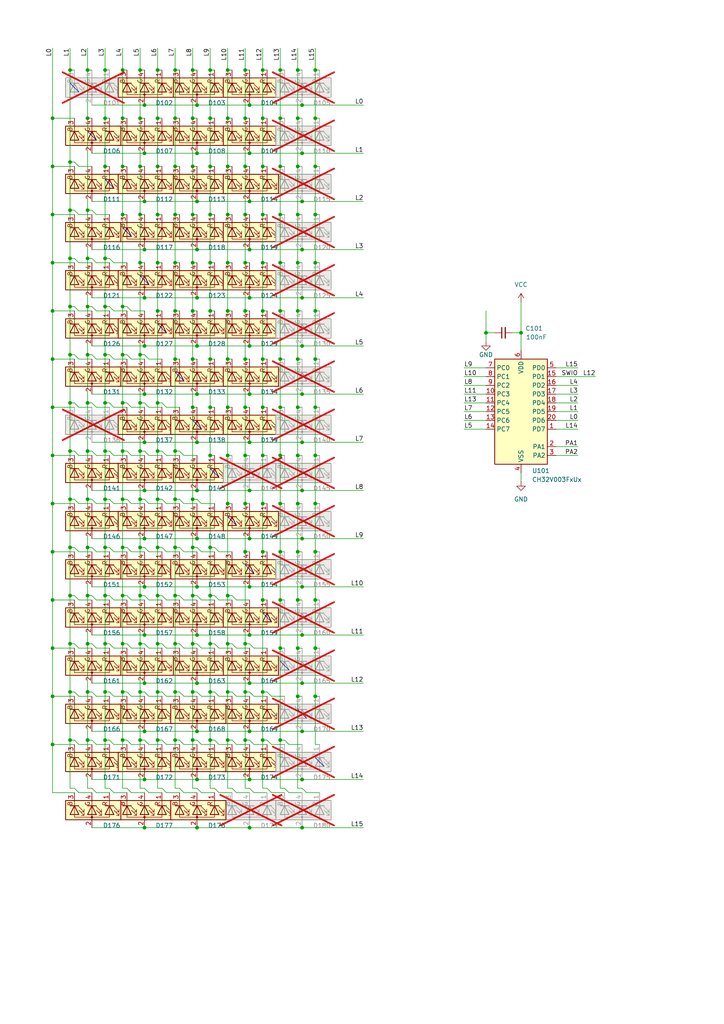
<source format=kicad_sch>
(kicad_sch (version 20231120) (generator "eeschema") (generator_version "8.0")
  (paper "A4" portrait)
  (junction (at 57.15 86.36))
  (junction (at 55.88 20.32))
  (junction (at 30.48 186.69))
  (junction (at 72.39 184.15))
  (junction (at 45.72 144.78))
  (junction (at 72.39 226.06))
  (junction (at 40.64 144.78))
  (junction (at 35.56 186.69))
  (junction (at 71.12 160.02))
  (junction (at 86.36 76.2))
  (junction (at 35.56 102.87))
  (junction (at 40.64 20.32))
  (junction (at 35.56 172.72))
  (junction (at 45.72 90.17))
  (junction (at 57.15 44.45))
  (junction (at 81.28 118.11))
  (junction (at 76.2 90.17))
  (junction (at 50.8 20.32))
  (junction (at 76.2 20.32))
  (junction (at 72.39 198.12))
  (junction (at 71.12 146.05))
  (junction (at 45.72 214.63))
  (junction (at 60.96 48.26))
  (junction (at 20.32 46.99))
  (junction (at 35.56 158.75))
  (junction (at 30.48 200.66))
  (junction (at 57.15 128.27))
  (junction (at 87.63 198.12))
  (junction (at 87.63 142.24))
  (junction (at 20.32 186.69))
  (junction (at 25.4 20.32))
  (junction (at 57.15 30.48))
  (junction (at 72.39 100.33))
  (junction (at 50.8 172.72))
  (junction (at 66.04 132.08))
  (junction (at 72.39 114.3))
  (junction (at 86.36 62.23))
  (junction (at 20.32 88.9))
  (junction (at 76.2 76.2))
  (junction (at 87.63 58.42))
  (junction (at 55.88 90.17))
  (junction (at 55.88 158.75))
  (junction (at 81.28 20.32))
  (junction (at 76.2 146.05))
  (junction (at 50.8 104.14))
  (junction (at 45.72 200.66))
  (junction (at 15.24 62.23))
  (junction (at 86.36 201.93))
  (junction (at 35.56 200.66))
  (junction (at 35.56 116.84))
  (junction (at 60.96 172.72))
  (junction (at 66.04 48.26))
  (junction (at 87.63 86.36))
  (junction (at 57.15 240.03))
  (junction (at 35.56 130.81))
  (junction (at 60.96 34.29))
  (junction (at 45.72 62.23))
  (junction (at 60.96 158.75))
  (junction (at 35.56 88.9))
  (junction (at 76.2 214.63))
  (junction (at 40.64 116.84))
  (junction (at 60.96 62.23))
  (junction (at 72.39 44.45))
  (junction (at 91.44 173.99))
  (junction (at 20.32 200.66))
  (junction (at 76.2 132.08))
  (junction (at 45.72 48.26))
  (junction (at 35.56 20.32))
  (junction (at 87.63 72.39))
  (junction (at 40.64 172.72))
  (junction (at 40.64 214.63))
  (junction (at 91.44 20.32))
  (junction (at 81.28 48.26))
  (junction (at 81.28 132.08))
  (junction (at 71.12 214.63))
  (junction (at 30.48 158.75))
  (junction (at 81.28 90.17))
  (junction (at 91.44 146.05))
  (junction (at 72.39 128.27))
  (junction (at 30.48 214.63))
  (junction (at 76.2 34.29))
  (junction (at 91.44 90.17))
  (junction (at 87.63 184.15))
  (junction (at 45.72 186.69))
  (junction (at 66.04 172.72))
  (junction (at 81.28 214.63))
  (junction (at 41.91 114.3))
  (junction (at 35.56 214.63))
  (junction (at 41.91 212.09))
  (junction (at 55.88 200.66))
  (junction (at 45.72 116.84))
  (junction (at 45.72 172.72))
  (junction (at 87.63 212.09))
  (junction (at 81.28 76.2))
  (junction (at 15.24 90.17))
  (junction (at 25.4 74.93))
  (junction (at 140.97 96.52))
  (junction (at 20.32 20.32))
  (junction (at 60.96 90.17))
  (junction (at 66.04 62.23))
  (junction (at 91.44 48.26))
  (junction (at 87.63 100.33))
  (junction (at 55.88 104.14))
  (junction (at 15.24 173.99))
  (junction (at 55.88 214.63))
  (junction (at 76.2 62.23))
  (junction (at 40.64 48.26))
  (junction (at 40.64 62.23))
  (junction (at 66.04 214.63))
  (junction (at 55.88 118.11))
  (junction (at 57.15 100.33))
  (junction (at 71.12 90.17))
  (junction (at 72.39 30.48))
  (junction (at 87.63 30.48))
  (junction (at 41.91 184.15))
  (junction (at 71.12 62.23))
  (junction (at 57.15 198.12))
  (junction (at 86.36 104.14))
  (junction (at 60.96 132.08))
  (junction (at 86.36 173.99))
  (junction (at 81.28 187.96))
  (junction (at 50.8 76.2))
  (junction (at 20.32 144.78))
  (junction (at 91.44 62.23))
  (junction (at 66.04 118.11))
  (junction (at 50.8 34.29))
  (junction (at 40.64 200.66))
  (junction (at 66.04 90.17))
  (junction (at 41.91 142.24))
  (junction (at 15.24 48.26))
  (junction (at 30.48 130.81))
  (junction (at 30.48 74.93))
  (junction (at 151.13 96.52))
  (junction (at 20.32 60.96))
  (junction (at 50.8 130.81))
  (junction (at 57.15 226.06))
  (junction (at 76.2 160.02))
  (junction (at 66.04 186.69))
  (junction (at 81.28 62.23))
  (junction (at 86.36 34.29))
  (junction (at 25.4 158.75))
  (junction (at 25.4 200.66))
  (junction (at 30.48 88.9))
  (junction (at 15.24 146.05))
  (junction (at 91.44 118.11))
  (junction (at 57.15 156.21))
  (junction (at 30.48 116.84))
  (junction (at 45.72 158.75))
  (junction (at 57.15 142.24))
  (junction (at 50.8 90.17))
  (junction (at 41.91 240.03))
  (junction (at 15.24 132.08))
  (junction (at 41.91 128.27))
  (junction (at 45.72 34.29))
  (junction (at 87.63 156.21))
  (junction (at 40.64 158.75))
  (junction (at 15.24 118.11))
  (junction (at 55.88 62.23))
  (junction (at 40.64 130.81))
  (junction (at 20.32 172.72))
  (junction (at 20.32 214.63))
  (junction (at 72.39 58.42))
  (junction (at 87.63 44.45))
  (junction (at 66.04 76.2))
  (junction (at 41.91 100.33))
  (junction (at 66.04 104.14))
  (junction (at 87.63 170.18))
  (junction (at 72.39 72.39))
  (junction (at 40.64 186.69))
  (junction (at 30.48 20.32))
  (junction (at 66.04 20.32))
  (junction (at 20.32 74.93))
  (junction (at 86.36 48.26))
  (junction (at 66.04 200.66))
  (junction (at 35.56 48.26))
  (junction (at 41.91 58.42))
  (junction (at 30.48 102.87))
  (junction (at 20.32 158.75))
  (junction (at 25.4 144.78))
  (junction (at 50.8 144.78))
  (junction (at 86.36 160.02))
  (junction (at 55.88 48.26))
  (junction (at 72.39 212.09))
  (junction (at 66.04 146.05))
  (junction (at 25.4 172.72))
  (junction (at 72.39 156.21))
  (junction (at 30.48 172.72))
  (junction (at 81.28 34.29))
  (junction (at 25.4 116.84))
  (junction (at 81.28 160.02))
  (junction (at 57.15 58.42))
  (junction (at 72.39 142.24))
  (junction (at 71.12 118.11))
  (junction (at 71.12 34.29))
  (junction (at 86.36 146.05))
  (junction (at 15.24 215.9))
  (junction (at 72.39 170.18))
  (junction (at 57.15 184.15))
  (junction (at 60.96 20.32))
  (junction (at 57.15 170.18))
  (junction (at 60.96 214.63))
  (junction (at 86.36 132.08))
  (junction (at 35.56 34.29))
  (junction (at 25.4 186.69))
  (junction (at 41.91 226.06))
  (junction (at 45.72 130.81))
  (junction (at 57.15 212.09))
  (junction (at 91.44 160.02))
  (junction (at 91.44 132.08))
  (junction (at 86.36 118.11))
  (junction (at 86.36 187.96))
  (junction (at 40.64 34.29))
  (junction (at 41.91 156.21))
  (junction (at 71.12 132.08))
  (junction (at 45.72 20.32))
  (junction (at 91.44 187.96))
  (junction (at 50.8 200.66))
  (junction (at 41.91 170.18))
  (junction (at 50.8 186.69))
  (junction (at 87.63 226.06))
  (junction (at 55.88 34.29))
  (junction (at 60.96 76.2))
  (junction (at 50.8 214.63))
  (junction (at 55.88 172.72))
  (junction (at 40.64 102.87))
  (junction (at 71.12 20.32))
  (junction (at 91.44 201.93))
  (junction (at 60.96 104.14))
  (junction (at 87.63 240.03))
  (junction (at 30.48 144.78))
  (junction (at 41.91 86.36))
  (junction (at 71.12 48.26))
  (junction (at 41.91 30.48))
  (junction (at 71.12 76.2))
  (junction (at 76.2 48.26))
  (junction (at 72.39 86.36))
  (junction (at 76.2 104.14))
  (junction (at 35.56 62.23))
  (junction (at 91.44 76.2))
  (junction (at 25.4 214.63))
  (junction (at 55.88 186.69))
  (junction (at 76.2 118.11))
  (junction (at 81.28 173.99))
  (junction (at 86.36 90.17))
  (junction (at 50.8 62.23))
  (junction (at 81.28 104.14))
  (junction (at 91.44 104.14))
  (junction (at 76.2 200.66))
  (junction (at 25.4 130.81))
  (junction (at 30.48 34.29))
  (junction (at 20.32 130.81))
  (junction (at 87.63 128.27))
  (junction (at 15.24 76.2))
  (junction (at 87.63 114.3))
  (junction (at 30.48 48.26))
  (junction (at 91.44 34.29))
  (junction (at 20.32 102.87))
  (junction (at 66.04 34.29))
  (junction (at 57.15 114.3))
  (junction (at 15.24 187.96))
  (junction (at 15.24 34.29))
  (junction (at 25.4 60.96))
  (junction (at 25.4 34.29))
  (junction (at 57.15 72.39))
  (junction (at 15.24 160.02))
  (junction (at 60.96 118.11))
  (junction (at 25.4 88.9))
  (junction (at 76.2 173.99))
  (junction (at 41.91 44.45))
  (junction (at 81.28 146.05))
  (junction (at 55.88 76.2))
  (junction (at 25.4 102.87))
  (junction (at 40.64 76.2))
  (junction (at 41.91 198.12))
  (junction (at 71.12 104.14))
  (junction (at 35.56 144.78))
  (junction (at 72.39 240.03))
  (junction (at 41.91 72.39))
  (junction (at 60.96 200.66))
  (junction (at 15.24 104.14))
  (junction (at 71.12 200.66))
  (junction (at 60.96 186.69))
  (junction (at 50.8 158.75))
  (junction (at 86.36 20.32))
  (junction (at 20.32 116.84))
  (junction (at 45.72 76.2))
  (junction (at 15.24 201.93))
  (junction (at 71.12 186.69))
  (junction (at 55.88 144.78))
  (junction (at 50.8 48.26))
  (wire (pts (xy 91.44 34.29) (xy 92.71 34.29)))
  (wire (pts (xy 40.64 130.81) (xy 40.64 144.78)))
  (wire (pts (xy 67.31 186.69) (xy 68.58 187.96)))
  (wire (pts (xy 60.96 158.75) (xy 60.96 172.72)))
  (wire (pts (xy 40.64 20.32) (xy 41.91 20.32)))
  (wire (pts (xy 72.39 142.24) (xy 87.63 142.24)))
  (wire (pts (xy 134.62 109.22) (xy 140.97 109.22)))
  (wire (pts (xy 46.99 144.78) (xy 48.26 146.05)))
  (wire (pts (xy 25.4 102.87) (xy 26.67 102.87)))
  (wire (pts (xy 35.56 34.29) (xy 35.56 48.26)))
  (wire (pts (xy 40.64 34.29) (xy 41.91 34.29)))
  (wire (pts (xy 66.04 48.26) (xy 67.31 48.26)))
  (wire (pts (xy 26.67 172.72) (xy 27.94 173.99)))
  (wire (pts (xy 55.88 144.78) (xy 57.15 144.78)))
  (wire (pts (xy 35.56 228.6) (xy 36.83 228.6)))
  (wire (pts (xy 20.32 158.75) (xy 21.59 158.75)))
  (wire (pts (xy 66.04 132.08) (xy 66.04 146.05)))
  (wire (pts (xy 30.48 88.9) (xy 30.48 102.87)))
  (wire (pts (xy 45.72 34.29) (xy 45.72 48.26)))
  (wire (pts (xy 25.4 214.63) (xy 25.4 228.6)))
  (wire (pts (xy 55.88 34.29) (xy 57.15 34.29)))
  (wire (pts (xy 57.15 240.03) (xy 72.39 240.03)))
  (wire (pts (xy 50.8 214.63) (xy 50.8 228.6)))
  (wire (pts (xy 68.58 187.96) (xy 72.39 187.96)))
  (wire (pts (xy 66.04 200.66) (xy 66.04 214.63)))
  (wire (pts (xy 81.28 48.26) (xy 81.28 62.23)))
  (wire (pts (xy 62.23 228.6) (xy 63.5 229.87)))
  (wire (pts (xy 60.96 172.72) (xy 62.23 172.72)))
  (wire (pts (xy 33.02 229.87) (xy 36.83 229.87)))
  (wire (pts (xy 73.66 201.93) (xy 77.47 201.93)))
  (wire (pts (xy 151.13 87.63) (xy 151.13 96.52)))
  (wire (pts (xy 72.39 200.66) (xy 73.66 201.93)))
  (wire (pts (xy 45.72 76.2) (xy 46.99 76.2)))
  (wire (pts (xy 81.28 48.26) (xy 82.55 48.26)))
  (wire (pts (xy 72.39 58.42) (xy 87.63 58.42)))
  (wire (pts (xy 45.72 90.17) (xy 45.72 116.84)))
  (wire (pts (xy 25.4 20.32) (xy 26.67 20.32)))
  (wire (pts (xy 40.64 76.2) (xy 41.91 76.2)))
  (wire (pts (xy 33.02 132.08) (xy 36.83 132.08)))
  (wire (pts (xy 21.59 214.63) (xy 22.86 215.9)))
  (wire (pts (xy 40.64 20.32) (xy 40.64 34.29)))
  (wire (pts (xy 40.64 102.87) (xy 40.64 116.84)))
  (wire (pts (xy 15.24 104.14) (xy 15.24 118.11)))
  (wire (pts (xy 55.88 90.17) (xy 55.88 104.14)))
  (wire (pts (xy 45.72 90.17) (xy 46.99 90.17)))
  (wire (pts (xy 67.31 200.66) (xy 68.58 201.93)))
  (wire (pts (xy 45.72 158.75) (xy 46.99 158.75)))
  (wire (pts (xy 66.04 214.63) (xy 66.04 228.6)))
  (wire (pts (xy 35.56 130.81) (xy 35.56 144.78)))
  (wire (pts (xy 45.72 62.23) (xy 45.72 76.2)))
  (wire (pts (xy 43.18 187.96) (xy 46.99 187.96)))
  (wire (pts (xy 60.96 62.23) (xy 60.96 76.2)))
  (wire (pts (xy 31.75 200.66) (xy 33.02 201.93)))
  (wire (pts (xy 71.12 146.05) (xy 71.12 160.02)))
  (wire (pts (xy 35.56 48.26) (xy 35.56 62.23)))
  (wire (pts (xy 71.12 20.32) (xy 71.12 34.29)))
  (wire (pts (xy 35.56 102.87) (xy 35.56 116.84)))
  (wire (pts (xy 55.88 62.23) (xy 57.15 62.23)))
  (wire (pts (xy 43.18 118.11) (xy 46.99 118.11)))
  (wire (pts (xy 72.39 156.21) (xy 87.63 156.21)))
  (wire (pts (xy 86.36 48.26) (xy 86.36 62.23)))
  (wire (pts (xy 48.26 118.11) (xy 52.07 118.11)))
  (wire (pts (xy 31.75 228.6) (xy 33.02 229.87)))
  (wire (pts (xy 76.2 132.08) (xy 76.2 146.05)))
  (wire (pts (xy 81.28 90.17) (xy 82.55 90.17)))
  (wire (pts (xy 30.48 214.63) (xy 31.75 214.63)))
  (wire (pts (xy 55.88 76.2) (xy 55.88 90.17)))
  (wire (pts (xy 38.1 118.11) (xy 41.91 118.11)))
  (wire (pts (xy 55.88 13.97) (xy 55.88 20.32)))
  (wire (pts (xy 57.15 156.21) (xy 72.39 156.21)))
  (wire (pts (xy 26.67 128.27) (xy 41.91 128.27)))
  (wire (pts (xy 76.2 160.02) (xy 77.47 160.02)))
  (wire (pts (xy 57.15 86.36) (xy 72.39 86.36)))
  (wire (pts (xy 76.2 104.14) (xy 77.47 104.14)))
  (wire (pts (xy 21.59 46.99) (xy 22.86 48.26)))
  (wire (pts (xy 71.12 214.63) (xy 72.39 214.63)))
  (wire (pts (xy 48.26 201.93) (xy 52.07 201.93)))
  (wire (pts (xy 67.31 214.63) (xy 68.58 215.9)))
  (wire (pts (xy 40.64 186.69) (xy 40.64 200.66)))
  (wire (pts (xy 20.32 214.63) (xy 21.59 214.63)))
  (wire (pts (xy 45.72 186.69) (xy 45.72 200.66)))
  (wire (pts (xy 26.67 114.3) (xy 41.91 114.3)))
  (wire (pts (xy 60.96 118.11) (xy 60.96 132.08)))
  (polyline (pts (xy 25.4 38.1) (xy 27.94 40.64)))
  (wire (pts (xy 35.56 116.84) (xy 36.83 116.84)))
  (wire (pts (xy 15.24 118.11) (xy 15.24 132.08)))
  (wire (pts (xy 33.02 215.9) (xy 36.83 215.9)))
  (wire (pts (xy 25.4 34.29) (xy 26.67 34.29)))
  (wire (pts (xy 50.8 144.78) (xy 52.07 144.78)))
  (wire (pts (xy 87.63 184.15) (xy 105.41 184.15)))
  (wire (pts (xy 15.24 90.17) (xy 15.24 104.14)))
  (wire (pts (xy 76.2 214.63) (xy 77.47 214.63)))
  (wire (pts (xy 15.24 62.23) (xy 15.24 76.2)))
  (wire (pts (xy 81.28 76.2) (xy 81.28 90.17)))
  (wire (pts (xy 46.99 228.6) (xy 48.26 229.87)))
  (wire (pts (xy 161.29 129.54) (xy 167.64 129.54)))
  (wire (pts (xy 55.88 158.75) (xy 57.15 158.75)))
  (wire (pts (xy 30.48 34.29) (xy 30.48 48.26)))
  (wire (pts (xy 27.94 215.9) (xy 31.75 215.9)))
  (wire (pts (xy 22.86 118.11) (xy 26.67 118.11)))
  (wire (pts (xy 57.15 170.18) (xy 72.39 170.18)))
  (wire (pts (xy 45.72 172.72) (xy 46.99 172.72)))
  (wire (pts (xy 41.91 144.78) (xy 43.18 146.05)))
  (wire (pts (xy 81.28 104.14) (xy 81.28 118.11)))
  (wire (pts (xy 72.39 186.69) (xy 73.66 187.96)))
  (wire (pts (xy 77.47 214.63) (xy 78.74 215.9)))
  (wire (pts (xy 55.88 214.63) (xy 57.15 214.63)))
  (wire (pts (xy 86.36 62.23) (xy 86.36 76.2)))
  (wire (pts (xy 35.56 172.72) (xy 35.56 186.69)))
  (wire (pts (xy 63.5 160.02) (xy 67.31 160.02)))
  (wire (pts (xy 72.39 198.12) (xy 87.63 198.12)))
  (wire (pts (xy 91.44 48.26) (xy 92.71 48.26)))
  (wire (pts (xy 140.97 96.52) (xy 140.97 99.06)))
  (wire (pts (xy 30.48 20.32) (xy 30.48 34.29)))
  (wire (pts (xy 71.12 34.29) (xy 71.12 48.26)))
  (wire (pts (xy 91.44 160.02) (xy 91.44 173.99)))
  (wire (pts (xy 30.48 13.97) (xy 30.48 20.32)))
  (wire (pts (xy 20.32 74.93) (xy 20.32 88.9)))
  (wire (pts (xy 76.2 173.99) (xy 76.2 200.66)))
  (wire (pts (xy 81.28 62.23) (xy 82.55 62.23)))
  (wire (pts (xy 15.24 215.9) (xy 21.59 215.9)))
  (wire (pts (xy 20.32 116.84) (xy 21.59 116.84)))
  (wire (pts (xy 38.1 104.14) (xy 41.91 104.14)))
  (polyline (pts (xy 91.44 219.71) (xy 93.98 222.25)))
  (wire (pts (xy 81.28 20.32) (xy 82.55 20.32)))
  (wire (pts (xy 76.2 76.2) (xy 76.2 90.17)))
  (wire (pts (xy 31.75 116.84) (xy 33.02 118.11)))
  (wire (pts (xy 72.39 170.18) (xy 87.63 170.18)))
  (wire (pts (xy 55.88 158.75) (xy 55.88 172.72)))
  (wire (pts (xy 60.96 228.6) (xy 62.23 228.6)))
  (polyline (pts (xy 35.56 66.04) (xy 38.1 68.58)))
  (wire (pts (xy 86.36 173.99) (xy 87.63 173.99)))
  (wire (pts (xy 41.91 44.45) (xy 57.15 44.45)))
  (wire (pts (xy 134.62 106.68) (xy 140.97 106.68)))
  (wire (pts (xy 57.15 172.72) (xy 58.42 173.99)))
  (wire (pts (xy 27.94 146.05) (xy 31.75 146.05)))
  (wire (pts (xy 26.67 100.33) (xy 41.91 100.33)))
  (wire (pts (xy 81.28 34.29) (xy 81.28 48.26)))
  (wire (pts (xy 22.86 160.02) (xy 26.67 160.02)))
  (wire (pts (xy 22.86 187.96) (xy 26.67 187.96)))
  (wire (pts (xy 36.83 116.84) (xy 38.1 118.11)))
  (wire (pts (xy 55.88 48.26) (xy 55.88 62.23)))
  (wire (pts (xy 66.04 146.05) (xy 66.04 172.72)))
  (wire (pts (xy 161.29 132.08) (xy 167.64 132.08)))
  (wire (pts (xy 45.72 76.2) (xy 45.72 90.17)))
  (wire (pts (xy 72.39 114.3) (xy 87.63 114.3)))
  (wire (pts (xy 26.67 226.06) (xy 41.91 226.06)))
  (wire (pts (xy 31.75 172.72) (xy 33.02 173.99)))
  (wire (pts (xy 15.24 62.23) (xy 21.59 62.23)))
  (wire (pts (xy 82.55 228.6) (xy 83.82 229.87)))
  (wire (pts (xy 30.48 214.63) (xy 30.48 228.6)))
  (wire (pts (xy 81.28 132.08) (xy 82.55 132.08)))
  (wire (pts (xy 41.91 72.39) (xy 57.15 72.39)))
  (wire (pts (xy 27.94 187.96) (xy 31.75 187.96)))
  (wire (pts (xy 86.36 132.08) (xy 87.63 132.08)))
  (wire (pts (xy 41.91 114.3) (xy 57.15 114.3)))
  (wire (pts (xy 33.02 187.96) (xy 36.83 187.96)))
  (wire (pts (xy 55.88 104.14) (xy 57.15 104.14)))
  (wire (pts (xy 91.44 146.05) (xy 91.44 160.02)))
  (wire (pts (xy 86.36 62.23) (xy 87.63 62.23)))
  (wire (pts (xy 60.96 200.66) (xy 62.23 200.66)))
  (wire (pts (xy 21.59 88.9) (xy 22.86 90.17)))
  (wire (pts (xy 40.64 48.26) (xy 41.91 48.26)))
  (wire (pts (xy 26.67 86.36) (xy 41.91 86.36)))
  (wire (pts (xy 50.8 158.75) (xy 52.07 158.75)))
  (wire (pts (xy 86.36 228.6) (xy 87.63 228.6)))
  (wire (pts (xy 91.44 20.32) (xy 91.44 34.29)))
  (wire (pts (xy 66.04 76.2) (xy 67.31 76.2)))
  (wire (pts (xy 81.28 187.96) (xy 82.55 187.96)))
  (wire (pts (xy 86.36 104.14) (xy 86.36 118.11)))
  (wire (pts (xy 26.67 142.24) (xy 41.91 142.24)))
  (wire (pts (xy 31.75 102.87) (xy 33.02 104.14)))
  (wire (pts (xy 71.12 146.05) (xy 72.39 146.05)))
  (wire (pts (xy 20.32 130.81) (xy 21.59 130.81)))
  (wire (pts (xy 45.72 200.66) (xy 46.99 200.66)))
  (wire (pts (xy 25.4 214.63) (xy 26.67 214.63)))
  (wire (pts (xy 71.12 186.69) (xy 72.39 186.69)))
  (wire (pts (xy 40.64 130.81) (xy 41.91 130.81)))
  (wire (pts (xy 30.48 102.87) (xy 30.48 116.84)))
  (wire (pts (xy 21.59 144.78) (xy 22.86 146.05)))
  (wire (pts (xy 22.86 215.9) (xy 26.67 215.9)))
  (wire (pts (xy 60.96 76.2) (xy 60.96 90.17)))
  (wire (pts (xy 46.99 172.72) (xy 48.26 173.99)))
  (wire (pts (xy 76.2 132.08) (xy 77.47 132.08)))
  (wire (pts (xy 30.48 200.66) (xy 30.48 214.63)))
  (wire (pts (xy 21.59 158.75) (xy 22.86 160.02)))
  (wire (pts (xy 66.04 76.2) (xy 66.04 90.17)))
  (wire (pts (xy 25.4 88.9) (xy 25.4 102.87)))
  (wire (pts (xy 26.67 116.84) (xy 27.94 118.11)))
  (wire (pts (xy 63.5 229.87) (xy 67.31 229.87)))
  (polyline (pts (xy 60.96 135.89) (xy 63.5 138.43)))
  (wire (pts (xy 63.5 173.99) (xy 67.31 173.99)))
  (wire (pts (xy 38.1 173.99) (xy 41.91 173.99)))
  (wire (pts (xy 33.02 118.11) (xy 36.83 118.11)))
  (wire (pts (xy 20.32 46.99) (xy 21.59 46.99)))
  (wire (pts (xy 87.63 44.45) (xy 105.41 44.45)))
  (wire (pts (xy 30.48 20.32) (xy 31.75 20.32)))
  (wire (pts (xy 20.32 20.32) (xy 21.59 20.32)))
  (wire (pts (xy 20.32 130.81) (xy 20.32 144.78)))
  (wire (pts (xy 76.2 228.6) (xy 77.47 228.6)))
  (wire (pts (xy 43.18 160.02) (xy 46.99 160.02)))
  (wire (pts (xy 60.96 62.23) (xy 62.23 62.23)))
  (wire (pts (xy 43.18 201.93) (xy 46.99 201.93)))
  (wire (pts (xy 81.28 214.63) (xy 82.55 214.63)))
  (wire (pts (xy 36.83 158.75) (xy 38.1 160.02)))
  (wire (pts (xy 60.96 172.72) (xy 60.96 186.69)))
  (wire (pts (xy 21.59 130.81) (xy 22.86 132.08)))
  (wire (pts (xy 20.32 74.93) (xy 21.59 74.93)))
  (wire (pts (xy 35.56 62.23) (xy 35.56 88.9)))
  (wire (pts (xy 81.28 90.17) (xy 81.28 104.14)))
  (wire (pts (xy 20.32 116.84) (xy 20.32 130.81)))
  (wire (pts (xy 87.63 142.24) (xy 105.41 142.24)))
  (wire (pts (xy 60.96 214.63) (xy 62.23 214.63)))
  (wire (pts (xy 76.2 200.66) (xy 77.47 200.66)))
  (wire (pts (xy 36.83 130.81) (xy 38.1 132.08)))
  (wire (pts (xy 38.1 146.05) (xy 41.91 146.05)))
  (wire (pts (xy 91.44 173.99) (xy 91.44 187.96)))
  (wire (pts (xy 50.8 144.78) (xy 50.8 158.75)))
  (wire (pts (xy 15.24 173.99) (xy 15.24 187.96)))
  (wire (pts (xy 71.12 34.29) (xy 72.39 34.29)))
  (wire (pts (xy 50.8 90.17) (xy 52.07 90.17)))
  (wire (pts (xy 20.32 46.99) (xy 20.32 60.96)))
  (wire (pts (xy 31.75 158.75) (xy 33.02 160.02)))
  (wire (pts (xy 41.91 128.27) (xy 57.15 128.27)))
  (wire (pts (xy 40.64 34.29) (xy 40.64 48.26)))
  (wire (pts (xy 60.96 34.29) (xy 62.23 34.29)))
  (wire (pts (xy 52.07 200.66) (xy 53.34 201.93)))
  (wire (pts (xy 81.28 104.14) (xy 82.55 104.14)))
  (wire (pts (xy 26.67 58.42) (xy 41.91 58.42)))
  (wire (pts (xy 35.56 34.29) (xy 36.83 34.29)))
  (wire (pts (xy 40.64 172.72) (xy 40.64 186.69)))
  (wire (pts (xy 26.67 130.81) (xy 27.94 132.08)))
  (wire (pts (xy 76.2 13.97) (xy 76.2 20.32)))
  (wire (pts (xy 91.44 132.08) (xy 91.44 146.05)))
  (wire (pts (xy 161.29 111.76) (xy 167.64 111.76)))
  (wire (pts (xy 40.64 48.26) (xy 40.64 62.23)))
  (wire (pts (xy 91.44 62.23) (xy 91.44 76.2)))
  (wire (pts (xy 55.88 200.66) (xy 55.88 214.63)))
  (wire (pts (xy 63.5 187.96) (xy 67.31 187.96)))
  (wire (pts (xy 68.58 201.93) (xy 72.39 201.93)))
  (wire (pts (xy 86.36 90.17) (xy 86.36 104.14)))
  (wire (pts (xy 57.15 58.42) (xy 72.39 58.42)))
  (wire (pts (xy 30.48 158.75) (xy 31.75 158.75)))
  (wire (pts (xy 71.12 200.66) (xy 72.39 200.66)))
  (wire (pts (xy 91.44 146.05) (xy 92.71 146.05)))
  (wire (pts (xy 82.55 214.63) (xy 83.82 215.9)))
  (wire (pts (xy 21.59 102.87) (xy 22.86 104.14)))
  (wire (pts (xy 67.31 172.72) (xy 68.58 173.99)))
  (wire (pts (xy 81.28 132.08) (xy 81.28 146.05)))
  (wire (pts (xy 35.56 88.9) (xy 35.56 102.87)))
  (wire (pts (xy 45.72 158.75) (xy 45.72 172.72)))
  (wire (pts (xy 81.28 160.02) (xy 81.28 173.99)))
  (wire (pts (xy 50.8 200.66) (xy 52.07 200.66)))
  (wire (pts (xy 53.34 229.87) (xy 57.15 229.87)))
  (wire (pts (xy 45.72 186.69) (xy 46.99 186.69)))
  (wire (pts (xy 31.75 186.69) (xy 33.02 187.96)))
  (wire (pts (xy 40.64 158.75) (xy 40.64 172.72)))
  (wire (pts (xy 73.66 187.96) (xy 77.47 187.96)))
  (wire (pts (xy 30.48 102.87) (xy 31.75 102.87)))
  (wire (pts (xy 66.04 132.08) (xy 67.31 132.08)))
  (wire (pts (xy 66.04 20.32) (xy 66.04 34.29)))
  (wire (pts (xy 87.63 128.27) (xy 105.41 128.27)))
  (wire (pts (xy 50.8 130.81) (xy 50.8 144.78)))
  (wire (pts (xy 52.07 158.75) (xy 53.34 160.02)))
  (wire (pts (xy 15.24 90.17) (xy 21.59 90.17)))
  (wire (pts (xy 15.24 13.97) (xy 15.24 34.29)))
  (wire (pts (xy 86.36 48.26) (xy 87.63 48.26)))
  (wire (pts (xy 71.12 76.2) (xy 71.12 90.17)))
  (wire (pts (xy 41.91 170.18) (xy 57.15 170.18)))
  (wire (pts (xy 22.86 90.17) (xy 26.67 90.17)))
  (wire (pts (xy 38.1 132.08) (xy 41.91 132.08)))
  (wire (pts (xy 91.44 215.9) (xy 92.71 215.9)))
  (wire (pts (xy 33.02 90.17) (xy 36.83 90.17)))
  (wire (pts (xy 43.18 146.05) (xy 46.99 146.05)))
  (wire (pts (xy 26.67 214.63) (xy 27.94 215.9)))
  (wire (pts (xy 22.86 104.14) (xy 26.67 104.14)))
  (wire (pts (xy 91.44 187.96) (xy 92.71 187.96)))
  (wire (pts (xy 60.96 118.11) (xy 62.23 118.11)))
  (wire (pts (xy 52.07 144.78) (xy 53.34 146.05)))
  (wire (pts (xy 45.72 144.78) (xy 45.72 158.75)))
  (wire (pts (xy 48.26 146.05) (xy 52.07 146.05)))
  (wire (pts (xy 66.04 172.72) (xy 66.04 186.69)))
  (wire (pts (xy 76.2 76.2) (xy 77.47 76.2)))
  (wire (pts (xy 26.67 212.09) (xy 41.91 212.09)))
  (wire (pts (xy 26.67 200.66) (xy 27.94 201.93)))
  (wire (pts (xy 41.91 102.87) (xy 43.18 104.14)))
  (wire (pts (xy 57.15 212.09) (xy 72.39 212.09)))
  (polyline (pts (xy 30.48 52.07) (xy 33.02 54.61)))
  (wire (pts (xy 60.96 158.75) (xy 62.23 158.75)))
  (wire (pts (xy 57.15 72.39) (xy 72.39 72.39)))
  (wire (pts (xy 35.56 186.69) (xy 36.83 186.69)))
  (wire (pts (xy 27.94 62.23) (xy 31.75 62.23)))
  (wire (pts (xy 71.12 200.66) (xy 71.12 214.63)))
  (wire (pts (xy 50.8 172.72) (xy 52.07 172.72)))
  (wire (pts (xy 86.36 76.2) (xy 86.36 90.17)))
  (wire (pts (xy 50.8 228.6) (xy 52.07 228.6)))
  (wire (pts (xy 21.59 60.96) (xy 22.86 62.23)))
  (wire (pts (xy 57.15 100.33) (xy 72.39 100.33)))
  (wire (pts (xy 15.24 34.29) (xy 21.59 34.29)))
  (wire (pts (xy 78.74 229.87) (xy 82.55 229.87)))
  (wire (pts (xy 35.56 158.75) (xy 36.83 158.75)))
  (wire (pts (xy 25.4 228.6) (xy 26.67 228.6)))
  (wire (pts (xy 30.48 74.93) (xy 30.48 88.9)))
  (wire (pts (xy 26.67 240.03) (xy 41.91 240.03)))
  (wire (pts (xy 30.48 74.93) (xy 31.75 74.93)))
  (wire (pts (xy 33.02 104.14) (xy 36.83 104.14)))
  (wire (pts (xy 57.15 186.69) (xy 58.42 187.96)))
  (wire (pts (xy 86.36 146.05) (xy 86.36 160.02)))
  (polyline (pts (xy 55.88 121.92) (xy 58.42 124.46)))
  (wire (pts (xy 25.4 74.93) (xy 25.4 88.9)))
  (wire (pts (xy 45.72 214.63) (xy 45.72 228.6)))
  (wire (pts (xy 76.2 90.17) (xy 77.47 90.17)))
  (wire (pts (xy 41.91 214.63) (xy 43.18 215.9)))
  (wire (pts (xy 58.42 146.05) (xy 62.23 146.05)))
  (wire (pts (xy 35.56 20.32) (xy 36.83 20.32)))
  (wire (pts (xy 50.8 158.75) (xy 50.8 172.72)))
  (wire (pts (xy 81.28 228.6) (xy 82.55 228.6)))
  (wire (pts (xy 30.48 186.69) (xy 30.48 200.66)))
  (wire (pts (xy 87.63 212.09) (xy 105.41 212.09)))
  (wire (pts (xy 76.2 34.29) (xy 76.2 48.26)))
  (wire (pts (xy 57.15 142.24) (xy 72.39 142.24)))
  (wire (pts (xy 36.83 228.6) (xy 38.1 229.87)))
  (wire (pts (xy 41.91 186.69) (xy 43.18 187.96)))
  (wire (pts (xy 45.72 144.78) (xy 46.99 144.78)))
  (wire (pts (xy 35.56 200.66) (xy 35.56 214.63)))
  (wire (pts (xy 30.48 144.78) (xy 31.75 144.78)))
  (wire (pts (xy 81.28 76.2) (xy 82.55 76.2)))
  (wire (pts (xy 36.83 102.87) (xy 38.1 104.14)))
  (wire (pts (xy 48.26 132.08) (xy 52.07 132.08)))
  (wire (pts (xy 71.12 13.97) (xy 71.12 20.32)))
  (wire (pts (xy 50.8 34.29) (xy 50.8 48.26)))
  (wire (pts (xy 50.8 48.26) (xy 50.8 62.23)))
  (wire (pts (xy 60.96 20.32) (xy 62.23 20.32)))
  (wire (pts (xy 43.18 104.14) (xy 46.99 104.14)))
  (wire (pts (xy 25.4 116.84) (xy 26.67 116.84)))
  (wire (pts (xy 25.4 60.96) (xy 25.4 74.93)))
  (wire (pts (xy 27.94 201.93) (xy 31.75 201.93)))
  (wire (pts (xy 30.48 116.84) (xy 31.75 116.84)))
  (wire (pts (xy 38.1 187.96) (xy 41.91 187.96)))
  (wire (pts (xy 76.2 90.17) (xy 76.2 104.14)))
  (wire (pts (xy 53.34 201.93) (xy 57.15 201.93)))
  (wire (pts (xy 40.64 76.2) (xy 40.64 102.87)))
  (wire (pts (xy 55.88 186.69) (xy 55.88 200.66)))
  (wire (pts (xy 81.28 13.97) (xy 81.28 20.32)))
  (wire (pts (xy 73.66 229.87) (xy 77.47 229.87)))
  (wire (pts (xy 35.56 200.66) (xy 36.83 200.66)))
  (wire (pts (xy 72.39 44.45) (xy 87.63 44.45)))
  (polyline (pts (xy 50.8 107.95) (xy 53.34 110.49)))
  (wire (pts (xy 26.67 144.78) (xy 27.94 146.05)))
  (wire (pts (xy 151.13 137.16) (xy 151.13 139.7)))
  (wire (pts (xy 76.2 48.26) (xy 77.47 48.26)))
  (wire (pts (xy 91.44 104.14) (xy 91.44 118.11)))
  (wire (pts (xy 50.8 76.2) (xy 50.8 90.17)))
  (wire (pts (xy 26.67 184.15) (xy 41.91 184.15)))
  (polyline (pts (xy 20.32 24.13) (xy 22.86 26.67)))
  (wire (pts (xy 45.72 20.32) (xy 45.72 34.29)))
  (wire (pts (xy 86.36 173.99) (xy 86.36 187.96)))
  (wire (pts (xy 41.91 240.03) (xy 57.15 240.03)))
  (wire (pts (xy 48.26 160.02) (xy 52.07 160.02)))
  (wire (pts (xy 41.91 228.6) (xy 43.18 229.87)))
  (wire (pts (xy 25.4 172.72) (xy 25.4 186.69)))
  (wire (pts (xy 25.4 102.87) (xy 25.4 116.84)))
  (wire (pts (xy 71.12 76.2) (xy 72.39 76.2)))
  (wire (pts (xy 134.62 114.3) (xy 140.97 114.3)))
  (wire (pts (xy 26.67 102.87) (xy 27.94 104.14)))
  (wire (pts (xy 35.56 214.63) (xy 36.83 214.63)))
  (wire (pts (xy 45.72 116.84) (xy 46.99 116.84)))
  (wire (pts (xy 20.32 60.96) (xy 20.32 74.93)))
  (wire (pts (xy 60.96 132.08) (xy 62.23 132.08)))
  (wire (pts (xy 38.1 229.87) (xy 41.91 229.87)))
  (wire (pts (xy 72.39 214.63) (xy 73.66 215.9)))
  (wire (pts (xy 66.04 104.14) (xy 67.31 104.14)))
  (wire (pts (xy 15.24 173.99) (xy 21.59 173.99)))
  (wire (pts (xy 72.39 212.09) (xy 87.63 212.09)))
  (wire (pts (xy 35.56 48.26) (xy 36.83 48.26)))
  (wire (pts (xy 71.12 132.08) (xy 72.39 132.08)))
  (wire (pts (xy 60.96 104.14) (xy 62.23 104.14)))
  (wire (pts (xy 41.91 130.81) (xy 43.18 132.08)))
  (wire (pts (xy 25.4 130.81) (xy 25.4 144.78)))
  (wire (pts (xy 15.24 187.96) (xy 21.59 187.96)))
  (wire (pts (xy 43.18 173.99) (xy 46.99 173.99)))
  (wire (pts (xy 50.8 62.23) (xy 50.8 76.2)))
  (wire (pts (xy 40.64 158.75) (xy 41.91 158.75)))
  (wire (pts (xy 26.67 88.9) (xy 27.94 90.17)))
  (wire (pts (xy 62.23 172.72) (xy 63.5 173.99)))
  (wire (pts (xy 55.88 118.11) (xy 55.88 144.78)))
  (wire (pts (xy 45.72 172.72) (xy 45.72 186.69)))
  (wire (pts (xy 134.62 111.76) (xy 140.97 111.76)))
  (wire (pts (xy 86.36 76.2) (xy 87.63 76.2)))
  (wire (pts (xy 86.36 104.14) (xy 87.63 104.14)))
  (wire (pts (xy 78.74 201.93) (xy 82.55 201.93)))
  (wire (pts (xy 40.64 62.23) (xy 40.64 76.2)))
  (wire (pts (xy 81.28 146.05) (xy 82.55 146.05)))
  (wire (pts (xy 71.12 118.11) (xy 72.39 118.11)))
  (wire (pts (xy 55.88 104.14) (xy 55.88 118.11)))
  (wire (pts (xy 86.36 160.02) (xy 86.36 173.99)))
  (wire (pts (xy 134.62 121.92) (xy 140.97 121.92)))
  (wire (pts (xy 60.96 104.14) (xy 60.96 118.11)))
  (wire (pts (xy 25.4 200.66) (xy 26.67 200.66)))
  (wire (pts (xy 91.44 76.2) (xy 91.44 90.17)))
  (wire (pts (xy 30.48 116.84) (xy 30.48 130.81)))
  (wire (pts (xy 21.59 74.93) (xy 22.86 76.2)))
  (wire (pts (xy 87.63 226.06) (xy 105.41 226.06)))
  (wire (pts (xy 43.18 215.9) (xy 46.99 215.9)))
  (wire (pts (xy 57.15 214.63) (xy 58.42 215.9)))
  (wire (pts (xy 27.94 118.11) (xy 31.75 118.11)))
  (wire (pts (xy 22.86 76.2) (xy 26.67 76.2)))
  (wire (pts (xy 76.2 62.23) (xy 77.47 62.23)))
  (wire (pts (xy 25.4 20.32) (xy 25.4 34.29)))
  (wire (pts (xy 86.36 132.08) (xy 86.36 146.05)))
  (wire (pts (xy 76.2 118.11) (xy 77.47 118.11)))
  (wire (pts (xy 45.72 48.26) (xy 45.72 62.23)))
  (wire (pts (xy 30.48 186.69) (xy 31.75 186.69)))
  (wire (pts (xy 57.15 184.15) (xy 72.39 184.15)))
  (wire (pts (xy 25.4 34.29) (xy 25.4 60.96)))
  (wire (pts (xy 72.39 128.27) (xy 87.63 128.27)))
  (wire (pts (xy 33.02 173.99) (xy 36.83 173.99)))
  (wire (pts (xy 35.56 172.72) (xy 36.83 172.72)))
  (wire (pts (xy 71.12 214.63) (xy 71.12 228.6)))
  (wire (pts (xy 15.24 215.9) (xy 15.24 229.87)))
  (wire (pts (xy 40.64 200.66) (xy 41.91 200.66)))
  (wire (pts (xy 52.07 186.69) (xy 53.34 187.96)))
  (wire (pts (xy 72.39 226.06) (xy 87.63 226.06)))
  (wire (pts (xy 81.28 173.99) (xy 82.55 173.99)))
  (wire (pts (xy 30.48 144.78) (xy 30.48 158.75)))
  (wire (pts (xy 45.72 20.32) (xy 46.99 20.32)))
  (wire (pts (xy 68.58 229.87) (xy 72.39 229.87)))
  (wire (pts (xy 41.91 158.75) (xy 43.18 160.02)))
  (wire (pts (xy 30.48 228.6) (xy 31.75 228.6)))
  (wire (pts (xy 87.63 58.42) (xy 105.41 58.42)))
  (wire (pts (xy 60.96 214.63) (xy 60.96 228.6)))
  (polyline (pts (xy 76.2 177.8) (xy 78.74 180.34)))
  (wire (pts (xy 27.94 160.02) (xy 31.75 160.02)))
  (wire (pts (xy 22.86 229.87) (xy 26.67 229.87)))
  (wire (pts (xy 76.2 146.05) (xy 77.47 146.05)))
  (wire (pts (xy 41.91 58.42) (xy 57.15 58.42)))
  (wire (pts (xy 15.24 201.93) (xy 21.59 201.93)))
  (wire (pts (xy 55.88 200.66) (xy 57.15 200.66)))
  (wire (pts (xy 20.32 158.75) (xy 20.32 172.72)))
  (wire (pts (xy 91.44 76.2) (xy 92.71 76.2)))
  (wire (pts (xy 20.32 172.72) (xy 20.32 186.69)))
  (wire (pts (xy 71.12 160.02) (xy 71.12 186.69)))
  (wire (pts (xy 50.8 214.63) (xy 52.07 214.63)))
  (wire (pts (xy 63.5 201.93) (xy 67.31 201.93)))
  (wire (pts (xy 41.91 86.36) (xy 57.15 86.36)))
  (wire (pts (xy 20.32 88.9) (xy 21.59 88.9)))
  (wire (pts (xy 140.97 96.52) (xy 143.51 96.52)))
  (wire (pts (xy 21.59 116.84) (xy 22.86 118.11)))
  (wire (pts (xy 33.02 160.02) (xy 36.83 160.02)))
  (wire (pts (xy 41.91 116.84) (xy 43.18 118.11)))
  (wire (pts (xy 26.67 228.6) (xy 27.94 229.87)))
  (wire (pts (xy 72.39 100.33) (xy 87.63 100.33)))
  (wire (pts (xy 76.2 48.26) (xy 76.2 62.23)))
  (wire (pts (xy 81.28 160.02) (xy 82.55 160.02)))
  (wire (pts (xy 22.86 62.23) (xy 26.67 62.23)))
  (wire (pts (xy 76.2 118.11) (xy 76.2 132.08)))
  (wire (pts (xy 86.36 34.29) (xy 87.63 34.29)))
  (wire (pts (xy 15.24 146.05) (xy 15.24 160.02)))
  (wire (pts (xy 35.56 186.69) (xy 35.56 200.66)))
  (wire (pts (xy 25.4 172.72) (xy 26.67 172.72)))
  (wire (pts (xy 140.97 90.17) (xy 140.97 96.52)))
  (wire (pts (xy 62.23 214.63) (xy 63.5 215.9)))
  (wire (pts (xy 20.32 172.72) (xy 21.59 172.72)))
  (wire (pts (xy 91.44 90.17) (xy 91.44 104.14)))
  (wire (pts (xy 71.12 132.08) (xy 71.12 146.05)))
  (wire (pts (xy 25.4 74.93) (xy 26.67 74.93)))
  (wire (pts (xy 58.42 173.99) (xy 62.23 173.99)))
  (wire (pts (xy 55.88 118.11) (xy 57.15 118.11)))
  (wire (pts (xy 20.32 144.78) (xy 20.32 158.75)))
  (wire (pts (xy 57.15 200.66) (xy 58.42 201.93)))
  (wire (pts (xy 15.24 48.26) (xy 15.24 62.23)))
  (wire (pts (xy 83.82 229.87) (xy 87.63 229.87)))
  (wire (pts (xy 57.15 226.06) (xy 72.39 226.06)))
  (wire (pts (xy 25.4 144.78) (xy 26.67 144.78)))
  (wire (pts (xy 55.88 186.69) (xy 57.15 186.69)))
  (wire (pts (xy 38.1 160.02) (xy 41.91 160.02)))
  (wire (pts (xy 86.36 201.93) (xy 87.63 201.93)))
  (wire (pts (xy 57.15 128.27) (xy 72.39 128.27)))
  (wire (pts (xy 36.83 144.78) (xy 38.1 146.05)))
  (wire (pts (xy 67.31 228.6) (xy 68.58 229.87)))
  (wire (pts (xy 81.28 187.96) (xy 81.28 214.63)))
  (wire (pts (xy 30.48 158.75) (xy 30.48 172.72)))
  (wire (pts (xy 76.2 160.02) (xy 76.2 173.99)))
  (wire (pts (xy 86.36 160.02) (xy 87.63 160.02)))
  (wire (pts (xy 20.32 88.9) (xy 20.32 102.87)))
  (wire (pts (xy 53.34 160.02) (xy 57.15 160.02)))
  (wire (pts (xy 60.96 48.26) (xy 62.23 48.26)))
  (wire (pts (xy 151.13 96.52) (xy 151.13 101.6)))
  (wire (pts (xy 161.29 106.68) (xy 167.64 106.68)))
  (wire (pts (xy 45.72 130.81) (xy 46.99 130.81)))
  (wire (pts (xy 15.24 146.05) (xy 21.59 146.05)))
  (wire (pts (xy 71.12 104.14) (xy 72.39 104.14)))
  (wire (pts (xy 31.75 88.9) (xy 33.02 90.17)))
  (wire (pts (xy 62.23 186.69) (xy 63.5 187.96)))
  (wire (pts (xy 71.12 90.17) (xy 72.39 90.17)))
  (wire (pts (xy 46.99 130.81) (xy 48.26 132.08)))
  (wire (pts (xy 26.67 74.93) (xy 27.94 76.2)))
  (wire (pts (xy 15.24 160.02) (xy 15.24 173.99)))
  (wire (pts (xy 38.1 201.93) (xy 41.91 201.93)))
  (wire (pts (xy 81.28 118.11) (xy 81.28 132.08)))
  (wire (pts (xy 30.48 88.9) (xy 31.75 88.9)))
  (wire (pts (xy 50.8 104.14) (xy 52.07 104.14)))
  (wire (pts (xy 81.28 118.11) (xy 82.55 118.11)))
  (wire (pts (xy 87.63 156.21) (xy 105.41 156.21)))
  (wire (pts (xy 22.86 146.05) (xy 26.67 146.05)))
  (wire (pts (xy 71.12 118.11) (xy 71.12 132.08)))
  (wire (pts (xy 25.4 200.66) (xy 25.4 214.63)))
  (wire (pts (xy 72.39 184.15) (xy 87.63 184.15)))
  (wire (pts (xy 46.99 214.63) (xy 48.26 215.9)))
  (wire (pts (xy 161.29 109.22) (xy 172.72 109.22)))
  (wire (pts (xy 33.02 76.2) (xy 36.83 76.2)))
  (wire (pts (xy 26.67 158.75) (xy 27.94 160.02)))
  (wire (pts (xy 91.44 132.08) (xy 92.71 132.08)))
  (wire (pts (xy 25.4 116.84) (xy 25.4 130.81)))
  (wire (pts (xy 15.24 76.2) (xy 21.59 76.2)))
  (wire (pts (xy 55.88 228.6) (xy 57.15 228.6)))
  (wire (pts (xy 76.2 34.29) (xy 77.47 34.29)))
  (wire (pts (xy 21.59 200.66) (xy 22.86 201.93)))
  (wire (pts (xy 20.32 20.32) (xy 20.32 46.99)))
  (wire (pts (xy 71.12 228.6) (xy 72.39 228.6)))
  (wire (pts (xy 161.29 121.92) (xy 167.64 121.92)))
  (wire (pts (xy 41.91 142.24) (xy 57.15 142.24)))
  (wire (pts (xy 22.86 48.26) (xy 26.67 48.26)))
  (wire (pts (xy 35.56 88.9) (xy 36.83 88.9)))
  (wire (pts (xy 25.4 158.75) (xy 26.67 158.75)))
  (wire (pts (xy 86.36 187.96) (xy 86.36 201.93)))
  (wire (pts (xy 91.44 90.17) (xy 92.71 90.17)))
  (wire (pts (xy 71.12 48.26) (xy 72.39 48.26)))
  (wire (pts (xy 25.4 13.97) (xy 25.4 20.32)))
  (wire (pts (xy 41.91 184.15) (xy 57.15 184.15)))
  (wire (pts (xy 20.32 214.63) (xy 20.32 228.6)))
  (wire (pts (xy 41.91 200.66) (xy 43.18 201.93)))
  (wire (pts (xy 48.26 187.96) (xy 52.07 187.96)))
  (wire (pts (xy 33.02 146.05) (xy 36.83 146.05)))
  (wire (pts (xy 40.64 144.78) (xy 40.64 158.75)))
  (wire (pts (xy 55.88 34.29) (xy 55.88 48.26)))
  (wire (pts (xy 35.56 144.78) (xy 35.56 158.75)))
  (wire (pts (xy 27.94 173.99) (xy 31.75 173.99)))
  (wire (pts (xy 40.64 62.23) (xy 41.91 62.23)))
  (wire (pts (xy 55.88 144.78) (xy 55.88 158.75)))
  (wire (pts (xy 55.88 20.32) (xy 55.88 34.29)))
  (wire (pts (xy 20.32 186.69) (xy 21.59 186.69)))
  (wire (pts (xy 25.4 130.81) (xy 26.67 130.81)))
  (wire (pts (xy 20.32 60.96) (xy 21.59 60.96)))
  (wire (pts (xy 50.8 172.72) (xy 50.8 186.69)))
  (wire (pts (xy 55.88 172.72) (xy 55.88 186.69)))
  (wire (pts (xy 71.12 160.02) (xy 72.39 160.02)))
  (wire (pts (xy 15.24 34.29) (xy 15.24 48.26)))
  (wire (pts (xy 22.86 173.99) (xy 26.67 173.99)))
  (wire (pts (xy 48.26 215.9) (xy 52.07 215.9)))
  (wire (pts (xy 60.96 186.69) (xy 62.23 186.69)))
  (wire (pts (xy 86.36 146.05) (xy 87.63 146.05)))
  (wire (pts (xy 91.44 173.99) (xy 92.71 173.99)))
  (wire (pts (xy 52.07 130.81) (xy 53.34 132.08)))
  (wire (pts (xy 40.64 116.84) (xy 40.64 130.81)))
  (wire (pts (xy 15.24 132.08) (xy 15.24 146.05)))
  (wire (pts (xy 66.04 62.23) (xy 66.04 76.2)))
  (wire (pts (xy 68.58 173.99) (xy 72.39 173.99)))
  (wire (pts (xy 20.32 102.87) (xy 21.59 102.87)))
  (wire (pts (xy 134.62 124.46) (xy 140.97 124.46)))
  (wire (pts (xy 76.2 173.99) (xy 77.47 173.99)))
  (wire (pts (xy 46.99 186.69) (xy 48.26 187.96)))
  (wire (pts (xy 43.18 132.08) (xy 46.99 132.08)))
  (wire (pts (xy 20.32 144.78) (xy 21.59 144.78)))
  (wire (pts (xy 40.64 214.63) (xy 41.91 214.63)))
  (wire (pts (xy 50.8 34.29) (xy 52.07 34.29)))
  (wire (pts (xy 40.64 144.78) (xy 41.91 144.78)))
  (wire (pts (xy 68.58 215.9) (xy 72.39 215.9)))
  (wire (pts (xy 48.26 173.99) (xy 52.07 173.99)))
  (wire (pts (xy 60.96 76.2) (xy 62.23 76.2)))
  (wire (pts (xy 60.96 132.08) (xy 60.96 158.75)))
  (wire (pts (xy 72.39 228.6) (xy 73.66 229.87)))
  (wire (pts (xy 81.28 146.05) (xy 81.28 160.02)))
  (wire (pts (xy 35.56 62.23) (xy 36.83 62.23)))
  (wire (pts (xy 30.48 48.26) (xy 30.48 74.93)))
  (wire (pts (xy 33.02 201.93) (xy 36.83 201.93)))
  (wire (pts (xy 31.75 144.78) (xy 33.02 146.05)))
  (wire (pts (xy 66.04 186.69) (xy 67.31 186.69)))
  (wire (pts (xy 20.32 102.87) (xy 20.32 116.84)))
  (wire (pts (xy 20.32 186.69) (xy 20.32 200.66)))
  (wire (pts (xy 86.36 187.96) (xy 87.63 187.96)))
  (wire (pts (xy 25.4 60.96) (xy 26.67 60.96)))
  (wire (pts (xy 76.2 20.32) (xy 76.2 34.29)))
  (wire (pts (xy 53.34 173.99) (xy 57.15 173.99)))
  (wire (pts (xy 30.48 34.29) (xy 31.75 34.29)))
  (wire (pts (xy 45.72 13.97) (xy 45.72 20.32)))
  (wire (pts (xy 48.26 229.87) (xy 52.07 229.87)))
  (wire (pts (xy 66.04 13.97) (xy 66.04 20.32)))
  (wire (pts (xy 26.67 156.21) (xy 41.91 156.21)))
  (wire (pts (xy 20.32 200.66) (xy 20.32 214.63)))
  (polyline (pts (xy 71.12 163.83) (xy 73.66 166.37)))
  (wire (pts (xy 62.23 158.75) (xy 63.5 160.02)))
  (wire (pts (xy 60.96 186.69) (xy 60.96 200.66)))
  (wire (pts (xy 25.4 144.78) (xy 25.4 158.75)))
  (wire (pts (xy 81.28 214.63) (xy 81.28 228.6)))
  (wire (pts (xy 53.34 146.05) (xy 57.15 146.05)))
  (wire (pts (xy 31.75 214.63) (xy 33.02 215.9)))
  (wire (pts (xy 36.83 200.66) (xy 38.1 201.93)))
  (wire (pts (xy 50.8 200.66) (xy 50.8 214.63)))
  (wire (pts (xy 41.91 100.33) (xy 57.15 100.33)))
  (wire (pts (xy 20.32 13.97) (xy 20.32 20.32)))
  (wire (pts (xy 53.34 187.96) (xy 57.15 187.96)))
  (wire (pts (xy 66.04 34.29) (xy 67.31 34.29)))
  (wire (pts (xy 52.07 172.72) (xy 53.34 173.99)))
  (wire (pts (xy 40.64 214.63) (xy 40.64 228.6)))
  (wire (pts (xy 26.67 30.48) (xy 41.91 30.48)))
  (wire (pts (xy 15.24 104.14) (xy 21.59 104.14)))
  (wire (pts (xy 88.9 229.87) (xy 92.71 229.87)))
  (wire (pts (xy 36.83 88.9) (xy 38.1 90.17)))
  (wire (pts (xy 53.34 215.9) (xy 57.15 215.9)))
  (wire (pts (xy 35.56 130.81) (xy 36.83 130.81)))
  (wire (pts (xy 41.91 212.09) (xy 57.15 212.09)))
  (wire (pts (xy 72.39 86.36) (xy 87.63 86.36)))
  (wire (pts (xy 55.88 214.63) (xy 55.88 228.6)))
  (wire (pts (xy 60.96 34.29) (xy 60.96 48.26)))
  (wire (pts (xy 15.24 118.11) (xy 21.59 118.11)))
  (wire (pts (xy 76.2 104.14) (xy 76.2 118.11)))
  (wire (pts (xy 22.86 132.08) (xy 26.67 132.08)))
  (wire (pts (xy 55.88 20.32) (xy 57.15 20.32)))
  (wire (pts (xy 87.63 114.3) (xy 105.41 114.3)))
  (wire (pts (xy 40.64 200.66) (xy 40.64 214.63)))
  (wire (pts (xy 50.8 104.14) (xy 50.8 130.81)))
  (wire (pts (xy 43.18 229.87) (xy 46.99 229.87)))
  (wire (pts (xy 35.56 20.32) (xy 35.56 34.29)))
  (wire (pts (xy 86.36 13.97) (xy 86.36 20.32)))
  (wire (pts (xy 86.36 118.11) (xy 86.36 132.08)))
  (wire (pts (xy 66.04 118.11) (xy 66.04 132.08)))
  (wire (pts (xy 81.28 34.29) (xy 82.55 34.29)))
  (wire (pts (xy 72.39 72.39) (xy 87.63 72.39)))
  (wire (pts (xy 91.44 13.97) (xy 91.44 20.32)))
  (wire (pts (xy 27.94 90.17) (xy 31.75 90.17)))
  (wire (pts (xy 66.04 90.17) (xy 67.31 90.17)))
  (wire (pts (xy 15.24 201.93) (xy 15.24 215.9)))
  (wire (pts (xy 60.96 90.17) (xy 62.23 90.17)))
  (wire (pts (xy 50.8 90.17) (xy 50.8 104.14)))
  (wire (pts (xy 55.88 90.17) (xy 57.15 90.17)))
  (wire (pts (xy 57.15 44.45) (xy 72.39 44.45)))
  (wire (pts (xy 66.04 20.32) (xy 67.31 20.32)))
  (wire (pts (xy 66.04 214.63) (xy 67.31 214.63)))
  (wire (pts (xy 76.2 20.32) (xy 77.47 20.32)))
  (wire (pts (xy 58.42 187.96) (xy 62.23 187.96)))
  (wire (pts (xy 15.24 160.02) (xy 21.59 160.02)))
  (wire (pts (xy 36.83 186.69) (xy 38.1 187.96)))
  (wire (pts (xy 60.96 200.66) (xy 60.96 214.63)))
  (wire (pts (xy 57.15 144.78) (xy 58.42 146.05)))
  (wire (pts (xy 60.96 48.26) (xy 60.96 62.23)))
  (wire (pts (xy 40.64 116.84) (xy 41.91 116.84)))
  (wire (pts (xy 71.12 186.69) (xy 71.12 200.66)))
  (wire (pts (xy 81.28 20.32) (xy 81.28 34.29)))
  (wire (pts (xy 46.99 158.75) (xy 48.26 160.02)))
  (wire (pts (xy 161.29 124.46) (xy 167.64 124.46)))
  (wire (pts (xy 76.2 214.63) (xy 76.2 228.6)))
  (wire (pts (xy 62.23 200.66) (xy 63.5 201.93)))
  (wire (pts (xy 66.04 90.17) (xy 66.04 104.14)))
  (wire (pts (xy 30.48 130.81) (xy 30.48 144.78)))
  (wire (pts (xy 52.07 214.63) (xy 53.34 215.9)))
  (wire (pts (xy 30.48 172.72) (xy 30.48 186.69)))
  (wire (pts (xy 91.44 201.93) (xy 92.71 201.93)))
  (wire (pts (xy 71.12 90.17) (xy 71.12 104.14)))
  (wire (pts (xy 20.32 228.6) (xy 21.59 228.6)))
  (wire (pts (xy 41.91 198.12) (xy 57.15 198.12)))
  (wire (pts (xy 36.83 172.72) (xy 38.1 173.99)))
  (wire (pts (xy 25.4 186.69) (xy 25.4 200.66)))
  (wire (pts (xy 27.94 76.2) (xy 31.75 76.2)))
  (wire (pts (xy 91.44 104.14) (xy 92.71 104.14)))
  (wire (pts (xy 26.67 72.39) (xy 41.91 72.39)))
  (wire (pts (xy 55.88 62.23) (xy 55.88 76.2)))
  (wire (pts (xy 35.56 158.75) (xy 35.56 172.72)))
  (wire (pts (xy 45.72 34.29) (xy 46.99 34.29)))
  (wire (pts (xy 91.44 118.11) (xy 91.44 132.08)))
  (wire (pts (xy 86.36 118.11) (xy 87.63 118.11)))
  (wire (pts (xy 35.56 13.97) (xy 35.56 20.32)))
  (wire (pts (xy 55.88 76.2) (xy 57.15 76.2)))
  (wire (pts (xy 91.44 118.11) (xy 92.71 118.11)))
  (wire (pts (xy 50.8 186.69) (xy 52.07 186.69)))
  (wire (pts (xy 35.56 144.78) (xy 36.83 144.78)))
  (wire (pts (xy 26.67 44.45) (xy 41.91 44.45)))
  (polyline (pts (xy 86.36 205.74) (xy 88.9 208.28)))
  (wire (pts (xy 60.96 20.32) (xy 60.96 34.29)))
  (wire (pts (xy 50.8 62.23) (xy 52.07 62.23)))
  (wire (pts (xy 91.44 62.23) (xy 92.71 62.23)))
  (wire (pts (xy 15.24 187.96) (xy 15.24 201.93)))
  (wire (pts (xy 55.88 172.72) (xy 57.15 172.72)))
  (wire (pts (xy 81.28 62.23) (xy 81.28 76.2)))
  (wire (pts (xy 91.44 48.26) (xy 91.44 62.23)))
  (wire (pts (xy 21.59 228.6) (xy 22.86 229.87)))
  (wire (pts (xy 31.75 74.93) (xy 33.02 76.2)))
  (wire (pts (xy 27.94 229.87) (xy 31.75 229.87)))
  (wire (pts (xy 40.64 102.87) (xy 41.91 102.87)))
  (wire (pts (xy 72.39 30.48) (xy 87.63 30.48)))
  (wire (pts (xy 40.64 172.72) (xy 41.91 172.72)))
  (wire (pts (xy 66.04 104.14) (xy 66.04 118.11)))
  (wire (pts (xy 58.42 201.93) (xy 62.23 201.93)))
  (wire (pts (xy 57.15 30.48) (xy 72.39 30.48)))
  (wire (pts (xy 15.24 76.2) (xy 15.24 90.17)))
  (wire (pts (xy 52.07 228.6) (xy 53.34 229.87)))
  (wire (pts (xy 66.04 200.66) (xy 67.31 200.66)))
  (wire (pts (xy 26.67 198.12) (xy 41.91 198.12)))
  (wire (pts (xy 50.8 130.81) (xy 52.07 130.81)))
  (wire (pts (xy 161.29 114.3) (xy 167.64 114.3)))
  (wire (pts (xy 76.2 146.05) (xy 76.2 160.02)))
  (polyline (pts (xy 45.72 93.98) (xy 48.26 96.52)))
  (wire (pts (xy 91.44 20.32) (xy 92.71 20.32)))
  (wire (pts (xy 87.63 30.48) (xy 105.41 30.48)))
  (wire (pts (xy 83.82 215.9) (xy 87.63 215.9)))
  (wire (pts (xy 50.8 48.26) (xy 52.07 48.26)))
  (wire (pts (xy 38.1 215.9) (xy 41.91 215.9)))
  (wire (pts (xy 26.67 170.18) (xy 41.91 170.18)))
  (wire (pts (xy 30.48 130.81) (xy 31.75 130.81)))
  (wire (pts (xy 41.91 30.48) (xy 57.15 30.48)))
  (wire (pts (xy 30.48 172.72) (xy 31.75 172.72)))
  (wire (pts (xy 15.24 132.08) (xy 21.59 132.08)))
  (wire (pts (xy 91.44 34.29) (xy 91.44 48.26)))
  (wire (pts (xy 86.36 201.93) (xy 86.36 228.6)))
  (wire (pts (xy 40.64 13.97) (xy 40.64 20.32)))
  (wire (pts (xy 66.04 34.29) (xy 66.04 48.26)))
  (wire (pts (xy 87.63 72.39) (xy 105.41 72.39)))
  (wire (pts (xy 36.83 214.63) (xy 38.1 215.9)))
  (wire (pts (xy 50.8 186.69) (xy 50.8 200.66)))
  (wire (pts (xy 27.94 132.08) (xy 31.75 132.08)))
  (wire (pts (xy 25.4 88.9) (xy 26.67 88.9)))
  (wire (pts (xy 71.12 62.23) (xy 71.12 76.2)))
  (wire (pts (xy 66.04 172.72) (xy 67.31 172.72)))
  (wire (pts (xy 31.75 130.81) (xy 33.02 132.08)))
  (wire (pts (xy 53.34 132.08) (xy 57.15 132.08)))
  (wire (pts (xy 22.86 201.93) (xy 26.67 201.93)))
  (wire (pts (xy 40.64 228.6) (xy 41.91 228.6)))
  (wire (pts (xy 38.1 90.17) (xy 41.91 90.17)))
  (wire (pts (xy 30.48 200.66) (xy 31.75 200.66)))
  (wire (pts (xy 58.42 160.02) (xy 62.23 160.02)))
  (wire (pts (xy 41.91 226.06) (xy 57.15 226.06)))
  (wire (pts (xy 134.62 116.84) (xy 140.97 116.84)))
  (wire (pts (xy 21.59 186.69) (xy 22.86 187.96)))
  (wire (pts (xy 45.72 228.6) (xy 46.99 228.6)))
  (wire (pts (xy 21.59 172.72) (xy 22.86 173.99)))
  (wire (pts (xy 46.99 116.84) (xy 48.26 118.11)))
  (wire (pts (xy 66.04 48.26) (xy 66.04 62.23)))
  (wire (pts (xy 35.56 102.87) (xy 36.83 102.87)))
  (wire (pts (xy 15.24 48.26) (xy 21.59 48.26)))
  (wire (pts (xy 41.91 156.21) (xy 57.15 156.21)))
  (wire (pts (xy 26.67 186.69) (xy 27.94 187.96)))
  (wire (pts (xy 58.42 229.87) (xy 62.23 229.87)))
  (wire (pts (xy 134.62 119.38) (xy 140.97 119.38)))
  (wire (pts (xy 50.8 76.2) (xy 52.07 76.2)))
  (wire (pts (xy 76.2 200.66) (xy 76.2 214.63)))
  (wire (pts (xy 58.42 215.9) (xy 62.23 215.9)))
  (wire (pts (xy 161.29 116.84) (xy 167.64 116.84)))
  (wire (pts (xy 91.44 160.02) (xy 92.71 160.02)))
  (wire (pts (xy 73.66 215.9) (xy 77.47 215.9)))
  (wire (pts (xy 50.8 20.32) (xy 50.8 34.29)))
  (wire (pts (xy 66.04 62.23) (xy 67.31 62.23)))
  (wire (pts (xy 91.44 201.93) (xy 91.44 215.9)))
  (wire (pts (xy 148.59 96.52) (xy 151.13 96.52)))
  (wire (pts (xy 63.5 215.9) (xy 67.31 215.9)))
  (wire (pts (xy 15.24 229.87) (xy 21.59 229.87)))
  (wire (pts (xy 87.63 100.33) (xy 105.41 100.33)))
  (wire (pts (xy 87.63 240.03) (xy 105.41 240.03)))
  (polyline (pts (xy 81.28 191.77) (xy 83.82 194.31)))
  (wire (pts (xy 55.88 48.26) (xy 57.15 48.26)))
  (polyline (pts (xy 66.04 149.86) (xy 68.58 152.4)))
  (wire (pts (xy 46.99 200.66) (xy 48.26 201.93)))
  (wire (pts (xy 45.72 116.84) (xy 45.72 130.81)))
  (wire (pts (xy 45.72 62.23) (xy 46.99 62.23)))
  (wire (pts (xy 50.8 13.97) (xy 50.8 20.32)))
  (wire (pts (xy 66.04 228.6) (xy 67.31 228.6)))
  (wire (pts (xy 72.39 240.03) (xy 87.63 240.03)))
  (wire (pts (xy 45.72 214.63) (xy 46.99 214.63)))
  (wire (pts (xy 50.8 20.32) (xy 52.07 20.32)))
  (wire (pts (xy 86.36 20.32) (xy 86.36 34.29)))
  (wire (pts (xy 87.63 170.18) (xy 105.41 170.18)))
  (wire (pts (xy 78.74 215.9) (xy 82.55 215.9)))
  (wire (pts (xy 57.15 198.12) (xy 72.39 198.12)))
  (wire (pts (xy 87.63 198.12) (xy 105.41 198.12)))
  (wire (pts (xy 57.15 228.6) (xy 58.42 229.87)))
  (wire (pts (xy 27.94 104.14) (xy 31.75 104.14)))
  (wire (pts (xy 66.04 118.11) (xy 67.31 118.11)))
  (wire (pts (xy 60.96 90.17) (xy 60.96 104.14)))
  (wire (pts (xy 45.72 130.81) (xy 45.72 144.78)))
  (wire (pts (xy 71.12 20.32) (xy 72.39 20.32)))
  (wire (pts (xy 66.04 186.69) (xy 66.04 200.66)))
  (wire (pts (xy 25.4 186.69) (xy 26.67 186.69)))
  (wire (pts (xy 87.63 86.36) (xy 105.41 86.36)))
  (wire (pts (xy 91.44 187.96) (xy 91.44 201.93)))
  (wire (pts (xy 20.32 200.66) (xy 21.59 200.66)))
  (wire (pts (xy 35.56 214.63) (xy 35.56 228.6)))
  (wire (pts (xy 57.15 158.75) (xy 58.42 160.02)))
  (wire (pts (xy 35.56 116.84) (xy 35.56 130.81)))
  (wire (pts (xy 76.2 62.23) (xy 76.2 76.2)))
  (wire (pts (xy 77.47 200.66) (xy 78.74 201.93)))
  (wire (pts (xy 86.36 90.17) (xy 87.63 90.17)))
  (wire (pts (xy 45.72 48.26) (xy 46.99 48.26)))
  (wire (pts (xy 57.15 114.3) (xy 72.39 114.3)))
  (wire (pts (xy 87.63 228.6) (xy 88.9 229.87)))
  (wire (pts (xy 60.96 13.97) (xy 60.96 20.32)))
  (polyline (pts (xy 40.64 80.01) (xy 43.18 82.55)))
  (wire (pts (xy 25.4 158.75) (xy 25.4 172.72)))
  (wire (pts (xy 71.12 48.26) (xy 71.12 62.23)))
  (wire (pts (xy 40.64 186.69) (xy 41.91 186.69)))
  (wire (pts (xy 77.47 228.6) (xy 78.74 229.87)))
  (wire (pts (xy 161.29 119.38) (xy 167.64 119.38)))
  (wire (pts (xy 45.72 200.66) (xy 45.72 214.63)))
  (wire (pts (xy 86.36 20.32) (xy 87.63 20.32)))
  (wire (pts (xy 41.91 172.72) (xy 43.18 173.99)))
  (wire (pts (xy 30.48 48.26) (xy 31.75 48.26)))
  (wire (pts (xy 66.04 146.05) (xy 67.31 146.05)))
  (wire (pts (xy 26.67 60.96) (xy 27.94 62.23)))
  (wire (pts (xy 71.12 104.14) (xy 71.12 118.11)))
  (wire (pts (xy 86.36 34.29) (xy 86.36 48.26)))
  (wire (pts (xy 71.12 62.23) (xy 72.39 62.23)))
  (wire (pts (xy 81.28 173.99) (xy 81.28 187.96)))
  (label "L7" (at 50.8 13.97 270))
  (label "L4" (at 35.56 13.97 270))
  (label "L3" (at 167.64 114.3 180))
  (label "L2" (at 105.41 58.42 180))
  (label "L0" (at 105.41 30.48 180))
  (label "L8" (at 105.41 142.24 180))
  (label "L8" (at 134.62 111.76 0))
  (label "L15" (at 105.41 240.03 180))
  (label "L12" (at 76.2 13.97 270))
  (label "L15" (at 167.64 106.68 180))
  (label "L6" (at 45.72 13.97 270))
  (label "L7" (at 134.62 119.38 0))
  (label "L9" (at 134.62 106.68 0))
  (label "L13" (at 134.62 116.84 0))
  (label "L13" (at 81.28 13.97 270))
  (label "L13" (at 105.41 212.09 180))
  (label "SWIO" (at 167.64 109.22 180))
  (label "L6" (at 105.41 114.3 180))
  (label "L5" (at 134.62 124.46 0))
  (label "L4" (at 167.64 111.76 180))
  (label "L7" (at 105.41 128.27 180))
  (label "L3" (at 105.41 72.39 180))
  (label "L2" (at 167.64 116.84 180))
  (label "L6" (at 134.62 121.92 0))
  (label "L9" (at 60.96 13.97 270))
  (label "L11" (at 71.12 13.97 270))
  (label "L5" (at 105.41 100.33 180))
  (label "L9" (at 105.41 156.21 180))
  (label "L1" (at 167.64 119.38 180))
  (label "L1" (at 20.32 13.97 270))
  (label "L12" (at 172.72 109.22 180))
  (label "L0" (at 15.24 13.97 270))
  (label "L4" (at 105.41 86.36 180))
  (label "L10" (at 66.04 13.97 270))
  (label "L10" (at 134.62 109.22 0))
  (label "L1" (at 105.41 44.45 180))
  (label "L14" (at 86.36 13.97 270))
  (label "PA1" (at 167.64 129.54 180))
  (label "L0" (at 167.64 121.92 180))
  (label "PA2" (at 167.64 132.08 180))
  (label "L2" (at 25.4 13.97 270))
  (label "L11" (at 105.41 184.15 180))
  (label "L3" (at 30.48 13.97 270))
  (label "L14" (at 167.64 124.46 180))
  (label "L10" (at 105.41 170.18 180))
  (label "L5" (at 40.64 13.97 270))
  (label "L12" (at 105.41 198.12 180))
  (label "L14" (at 105.41 226.06 180))
  (label "L15" (at 91.44 13.97 270))
  (label "L11" (at 134.62 114.3 0))
  (label "L8" (at 55.88 13.97 270))
  (symbol (lib_id "Device:LED_RABG") (at 72.39 81.28 270) (unit 1)
    (property "Reference" "D124" (at 75.565 85.725 90) (effects (justify left)))
    (property "Value" "LED_RABG" (effects (hide yes)))
    (property "Footprint" "olelib:LED-SMD-4P,1.2x1.2mm" (effects (hide yes)))
    (property "Description" "RGB LED, red/anode/blue/green" (effects (hide yes)))
  )
  (symbol (lib_id "Device:LED_RABG") (at 72.39 151.13 270) (unit 1)
    (property "Reference" "D149" (at 75.565 155.575 90) (effects (justify left)))
    (property "Value" "LED_RABG" (effects (hide yes)))
    (property "Footprint" "olelib:LED-SMD-4P,1.2x1.2mm" (effects (hide yes)))
    (property "Description" "RGB LED, red/anode/blue/green" (effects (hide yes)))
  )
  (symbol (lib_id "Device:LED_RABG") (at 72.39 234.95 270) (unit 1) (on_board no) (dnp yes)
    (property "Reference" "D179" (at 75.565 239.395 90) (effects (justify left)))
    (property "Value" "LED_RABG" (effects (hide yes)))
    (property "Footprint" "olelib:LED-SMD-4P,1.2x1.2mm" (effects (hide yes)))
    (property "Description" "RGB LED, red/anode/blue/green" (effects (hide yes)))
  )
  (symbol (lib_id "Device:LED_RABG") (at 41.91 137.16 270) (unit 1)
    (property "Reference" "D142" (at 45.085 141.605 90) (effects (justify left)))
    (property "Value" "LED_RABG" (effects (hide yes)))
    (property "Footprint" "olelib:LED-SMD-4P,1.2x1.2mm" (effects (hide yes)))
    (property "Description" "RGB LED, red/anode/blue/green" (effects (hide yes)))
  )
  (symbol (lib_id "Device:LED_RABG") (at 87.63 137.16 270) (unit 1) (on_board no) (dnp yes)
    (property "Reference" "D145" (at 90.805 141.605 90) (effects (justify left)))
    (property "Value" "LED_RABG" (effects (hide yes)))
    (property "Footprint" "olelib:LED-SMD-4P,1.2x1.2mm" (effects (hide yes)))
    (property "Description" "RGB LED, red/anode/blue/green" (effects (hide yes)))
  )
  (symbol (lib_id "Device:LED_RABG") (at 57.15 95.25 270) (unit 1)
    (property "Reference" "D128" (at 60.325 99.695 90) (effects (justify left)))
    (property "Value" "LED_RABG" (effects (hide yes)))
    (property "Footprint" "olelib:LED-SMD-4P,1.2x1.2mm" (effects (hide yes)))
    (property "Description" "RGB LED, red/anode/blue/green" (effects (hide yes)))
  )
  (symbol (lib_id "Device:LED_RABG") (at 26.67 165.1 270) (unit 1)
    (property "Reference" "D151" (at 29.845 169.545 90) (effects (justify left)))
    (property "Value" "LED_RABG" (effects (hide yes)))
    (property "Footprint" "olelib:LED-SMD-4P,1.2x1.2mm" (effects (hide yes)))
    (property "Description" "RGB LED, red/anode/blue/green" (effects (hide yes)))
  )
  (symbol (lib_id "Device:LED_RABG") (at 72.39 109.22 270) (unit 1)
    (property "Reference" "D134" (at 75.565 113.665 90) (effects (justify left)))
    (property "Value" "LED_RABG" (effects (hide yes)))
    (property "Footprint" "olelib:LED-SMD-4P,1.2x1.2mm" (effects (hide yes)))
    (property "Description" "RGB LED, red/anode/blue/green" (effects (hide yes)))
  )
  (symbol (lib_id "Device:LED_RABG") (at 72.39 220.98 270) (unit 1)
    (property "Reference" "D174" (at 75.565 225.425 90) (effects (justify left)))
    (property "Value" "LED_RABG" (effects (hide yes)))
    (property "Footprint" "olelib:LED-SMD-4P,1.2x1.2mm" (effects (hide yes)))
    (property "Description" "RGB LED, red/anode/blue/green" (effects (hide yes)))
  )
  (symbol (lib_id "Device:LED_RABG") (at 57.15 109.22 270) (unit 1)
    (property "Reference" "D133" (at 60.325 113.665 90) (effects (justify left)))
    (property "Value" "LED_RABG" (effects (hide yes)))
    (property "Footprint" "olelib:LED-SMD-4P,1.2x1.2mm" (effects (hide yes)))
    (property "Description" "RGB LED, red/anode/blue/green" (effects (hide yes)))
  )
  (symbol (lib_id "Device:LED_RABG") (at 26.67 234.95 270) (unit 1)
    (property "Reference" "D176" (at 29.845 239.395 90) (effects (justify left)))
    (property "Value" "LED_RABG" (effects (hide yes)))
    (property "Footprint" "olelib:LED-SMD-4P,1.2x1.2mm" (effects (hide yes)))
    (property "Description" "RGB LED, red/anode/blue/green" (effects (hide yes)))
  )
  (symbol (lib_id "Device:LED_RABG") (at 87.63 53.34 270) (unit 1) (on_board no) (dnp yes)
    (property "Reference" "D115" (at 90.805 57.785 90) (effects (justify left)))
    (property "Value" "LED_RABG" (effects (hide yes)))
    (property "Footprint" "olelib:LED-SMD-4P,1.2x1.2mm" (effects (hide yes)))
    (property "Description" "RGB LED, red/anode/blue/green" (effects (hide yes)))
  )
  (symbol (lib_id "Device:LED_RABG") (at 57.15 193.04 270) (unit 1)
    (property "Reference" "D163" (at 60.325 197.485 90) (effects (justify left)))
    (property "Value" "LED_RABG" (effects (hide yes)))
    (property "Footprint" "olelib:LED-SMD-4P,1.2x1.2mm" (effects (hide yes)))
    (property "Description" "RGB LED, red/anode/blue/green" (effects (hide yes)))
  )
  (symbol (lib_id "Device:LED_RABG") (at 87.63 81.28 270) (unit 1) (on_board no) (dnp yes)
    (property "Reference" "D125" (at 90.805 85.725 90) (effects (justify left)))
    (property "Value" "LED_RABG" (effects (hide yes)))
    (property "Footprint" "olelib:LED-SMD-4P,1.2x1.2mm" (effects (hide yes)))
    (property "Description" "RGB LED, red/anode/blue/green" (effects (hide yes)))
  )
  (symbol (lib_id "Device:LED_RABG") (at 57.15 220.98 270) (unit 1)
    (property "Reference" "D173" (at 60.325 225.425 90) (effects (justify left)))
    (property "Value" "LED_RABG" (effects (hide yes)))
    (property "Footprint" "olelib:LED-SMD-4P,1.2x1.2mm" (effects (hide yes)))
    (property "Description" "RGB LED, red/anode/blue/green" (effects (hide yes)))
  )
  (symbol (lib_id "Device:LED_RABG") (at 26.67 67.31 270) (unit 1)
    (property "Reference" "D116" (at 29.845 71.755 90) (effects (justify left)))
    (property "Value" "LED_RABG" (effects (hide yes)))
    (property "Footprint" "olelib:LED-SMD-4P,1.2x1.2mm" (effects (hide yes)))
    (property "Description" "RGB LED, red/anode/blue/green" (effects (hide yes)))
  )
  (symbol (lib_id "Device:LED_RABG") (at 87.63 123.19 270) (unit 1) (on_board no) (dnp yes)
    (property "Reference" "D140" (at 90.805 127.635 90) (effects (justify left)))
    (property "Value" "LED_RABG" (effects (hide yes)))
    (property "Footprint" "olelib:LED-SMD-4P,1.2x1.2mm" (effects (hide yes)))
    (property "Description" "RGB LED, red/anode/blue/green" (effects (hide yes)))
  )
  (symbol (lib_id "Device:LED_RABG") (at 41.91 234.95 270) (unit 1)
    (property "Reference" "D177" (at 45.085 239.395 90) (effects (justify left)))
    (property "Value" "LED_RABG" (effects (hide yes)))
    (property "Footprint" "olelib:LED-SMD-4P,1.2x1.2mm" (effects (hide yes)))
    (property "Description" "RGB LED, red/anode/blue/green" (effects (hide yes)))
  )
  (symbol (lib_id "Device:LED_RABG") (at 26.67 123.19 270) (unit 1) (on_board no) (dnp yes)
    (property "Reference" "D136" (at 29.845 127.635 90) (effects (justify left)))
    (property "Value" "LED_RABG" (effects (hide yes)))
    (property "Footprint" "olelib:LED-SMD-4P,1.2x1.2mm" (effects (hide yes)))
    (property "Description" "RGB LED, red/anode/blue/green" (effects (hide yes)))
  )
  (symbol (lib_id "Device:LED_RABG") (at 41.91 193.04 270) (unit 1)
    (property "Reference" "D162" (at 45.085 197.485 90) (effects (justify left)))
    (property "Value" "LED_RABG" (effects (hide yes)))
    (property "Footprint" "olelib:LED-SMD-4P,1.2x1.2mm" (effects (hide yes)))
    (property "Description" "RGB LED, red/anode/blue/green" (effects (hide yes)))
  )
  (symbol (lib_id "Device:LED_RABG") (at 57.15 207.01 270) (unit 1)
    (property "Reference" "D168" (at 60.325 211.455 90) (effects (justify left)))
    (property "Value" "LED_RABG" (effects (hide yes)))
    (property "Footprint" "olelib:LED-SMD-4P,1.2x1.2mm" (effects (hide yes)))
    (property "Description" "RGB LED, red/anode/blue/green" (effects (hide yes)))
  )
  (symbol (lib_id "Device:LED_RABG") (at 72.39 207.01 270) (unit 1)
    (property "Reference" "D169" (at 75.565 211.455 90) (effects (justify left)))
    (property "Value" "LED_RABG" (effects (hide yes)))
    (property "Footprint" "olelib:LED-SMD-4P,1.2x1.2mm" (effects (hide yes)))
    (property "Description" "RGB LED, red/anode/blue/green" (effects (hide yes)))
  )
  (symbol (lib_id "Device:LED_RABG") (at 41.91 39.37 270) (unit 1)
    (property "Reference" "D107" (at 45.085 43.815 90) (effects (justify left)))
    (property "Value" "LED_RABG" (effects (hide yes)))
    (property "Footprint" "olelib:LED-SMD-4P,1.2x1.2mm" (effects (hide yes)))
    (property "Description" "RGB LED, red/anode/blue/green" (effects (hide yes)))
  )
  (symbol (lib_id "Device:LED_RABG") (at 26.67 25.4 270) (unit 1) (on_board no) (dnp yes)
    (property "Reference" "D101" (at 29.845 29.845 90) (effects (justify left)))
    (property "Value" "LED_RABG" (effects (hide yes)))
    (property "Footprint" "olelib:LED-SMD-4P,1.2x1.2mm" (effects (hide yes)))
    (property "Description" "RGB LED, red/anode/blue/green" (effects (hide yes)))
  )
  (symbol (lib_id "Device:LED_RABG") (at 57.15 137.16 270) (unit 1)
    (property "Reference" "D143" (at 60.325 141.605 90) (effects (justify left)))
    (property "Value" "LED_RABG" (effects (hide yes)))
    (property "Footprint" "olelib:LED-SMD-4P,1.2x1.2mm" (effects (hide yes)))
    (property "Description" "RGB LED, red/anode/blue/green" (effects (hide yes)))
  )
  (symbol (lib_id "Device:LED_RABG") (at 87.63 39.37 270) (unit 1) (on_board no) (dnp yes)
    (property "Reference" "D110" (at 90.805 43.815 90) (effects (justify left)))
    (property "Value" "LED_RABG" (effects (hide yes)))
    (property "Footprint" "olelib:LED-SMD-4P,1.2x1.2mm" (effects (hide yes)))
    (property "Description" "RGB LED, red/anode/blue/green" (effects (hide yes)))
  )
  (symbol (lib_id "Device:LED_RABG") (at 72.39 53.34 270) (unit 1)
    (property "Reference" "D114" (at 75.565 57.785 90) (effects (justify left)))
    (property "Value" "LED_RABG" (effects (hide yes)))
    (property "Footprint" "olelib:LED-SMD-4P,1.2x1.2mm" (effects (hide yes)))
    (property "Description" "RGB LED, red/anode/blue/green" (effects (hide yes)))
  )
  (symbol (lib_id "Device:LED_RABG") (at 87.63 193.04 270) (unit 1) (on_board no) (dnp yes)
    (property "Reference" "D165" (at 90.805 197.485 90) (effects (justify left)))
    (property "Value" "LED_RABG" (effects (hide yes)))
    (property "Footprint" "olelib:LED-SMD-4P,1.2x1.2mm" (effects (hide yes)))
    (property "Description" "RGB LED, red/anode/blue/green" (effects (hide yes)))
  )
  (symbol (lib_id "Device:LED_RABG") (at 87.63 25.4 270) (unit 1) (on_board no) (dnp yes)
    (property "Reference" "D105" (at 90.805 29.845 90) (effects (justify left)))
    (property "Value" "LED_RABG" (effects (hide yes)))
    (property "Footprint" "olelib:LED-SMD-4P,1.2x1.2mm" (effects (hide yes)))
    (property "Description" "RGB LED, red/anode/blue/green" (effects (hide yes)))
  )
  (symbol (lib_id "Device:LED_RABG") (at 41.91 25.4 270) (unit 1)
    (property "Reference" "D102" (at 45.085 29.845 90) (effects (justify left)))
    (property "Value" "LED_RABG" (effects (hide yes)))
    (property "Footprint" "olelib:LED-SMD-4P,1.2x1.2mm" (effects (hide yes)))
    (property "Description" "RGB LED, red/anode/blue/green" (effects (hide yes)))
  )
  (symbol (lib_id "Device:LED_RABG") (at 72.39 137.16 270) (unit 1) (on_board no) (dnp yes)
    (property "Reference" "D144" (at 75.565 141.605 90) (effects (justify left)))
    (property "Value" "LED_RABG" (effects (hide yes)))
    (property "Footprint" "olelib:LED-SMD-4P,1.2x1.2mm" (effects (hide yes)))
    (property "Description" "RGB LED, red/anode/blue/green" (effects (hide yes)))
  )
  (symbol (lib_id "Device:LED_RABG") (at 26.67 220.98 270) (unit 1)
    (property "Reference" "D171" (at 29.845 225.425 90) (effects (justify left)))
    (property "Value" "LED_RABG" (effects (hide yes)))
    (property "Footprint" "olelib:LED-SMD-4P,1.2x1.2mm" (effects (hide yes)))
    (property "Description" "RGB LED, red/anode/blue/green" (effects (hide yes)))
  )
  (symbol (lib_id "Device:LED_RABG") (at 87.63 95.25 270) (unit 1) (on_board no) (dnp yes)
    (property "Reference" "D130" (at 90.805 99.695 90) (effects (justify left)))
    (property "Value" "LED_RABG" (effects (hide yes)))
    (property "Footprint" "olelib:LED-SMD-4P,1.2x1.2mm" (effects (hide yes)))
    (property "Description" "RGB LED, red/anode/blue/green" (effects (hide yes)))
  )
  (symbol (lib_id "Device:LED_RABG") (at 57.15 81.28 270) (unit 1)
    (property "Reference" "D123" (at 60.325 85.725 90) (effects (justify left)))
    (property "Value" "LED_RABG" (effects (hide yes)))
    (property "Footprint" "olelib:LED-SMD-4P,1.2x1.2mm" (effects (hide yes)))
    (property "Description" "RGB LED, red/anode/blue/green" (effects (hide yes)))
  )
  (symbol (lib_id "Device:LED_RABG") (at 57.15 53.34 270) (unit 1)
    (property "Reference" "D113" (at 60.325 57.785 90) (effects (justify left)))
    (property "Value" "LED_RABG" (effects (hide yes)))
    (property "Footprint" "olelib:LED-SMD-4P,1.2x1.2mm" (effects (hide yes)))
    (property "Description" "RGB LED, red/anode/blue/green" (effects (hide yes)))
  )
  (symbol (lib_id "Device:LED_RABG") (at 57.15 151.13 270) (unit 1)
    (property "Reference" "D148" (at 60.325 155.575 90) (effects (justify left)))
    (property "Value" "LED_RABG" (effects (hide yes)))
    (property "Footprint" "olelib:LED-SMD-4P,1.2x1.2mm" (effects (hide yes)))
    (property "Description" "RGB LED, red/anode/blue/green" (effects (hide yes)))
  )
  (symbol (lib_id "Device:LED_RABG") (at 26.67 81.28 270) (unit 1)
    (property "Reference" "D121" (at 29.845 85.725 90) (effects (justify left)))
    (property "Value" "LED_RABG" (effects (hide yes)))
    (property "Footprint" "olelib:LED-SMD-4P,1.2x1.2mm" (effects (hide yes)))
    (property "Description" "RGB LED, red/anode/blue/green" (effects (hide yes)))
  )
  (symbol (lib_id "Device:LED_RABG") (at 72.39 123.19 270) (unit 1)
    (property "Reference" "D139" (at 75.565 127.635 90) (effects (justify left)))
    (property "Value" "LED_RABG" (effects (hide yes)))
    (property "Footprint" "olelib:LED-SMD-4P,1.2x1.2mm" (effects (hide yes)))
    (property "Description" "RGB LED, red/anode/blue/green" (effects (hide yes)))
  )
  (symbol (lib_id "Device:LED_RABG") (at 87.63 151.13 270) (unit 1) (on_board no) (dnp yes)
    (property "Reference" "D150" (at 90.805 155.575 90) (effects (justify left)))
    (property "Value" "LED_RABG" (effects (hide yes)))
    (property "Footprint" "olelib:LED-SMD-4P,1.2x1.2mm" (effects (hide yes)))
    (property "Description" "RGB LED, red/anode/blue/green" (effects (hide yes)))
  )
  (symbol (lib_id "Device:LED_RABG") (at 41.91 123.19 270) (unit 1)
    (property "Reference" "D137" (at 45.085 127.635 90) (effects (justify left)))
    (property "Value" "LED_RABG" (effects (hide yes)))
    (property "Footprint" "olelib:LED-SMD-4P,1.2x1.2mm" (effects (hide yes)))
    (property "Description" "RGB LED, red/anode/blue/green" (effects (hide yes)))
  )
  (symbol (lib_id "Device:LED_RABG") (at 41.91 67.31 270) (unit 1)
    (property "Reference" "D117" (at 45.085 71.755 90) (effects (justify left)))
    (property "Value" "LED_RABG" (effects (hide yes)))
    (property "Footprint" "olelib:LED-SMD-4P,1.2x1.2mm" (effects (hide yes)))
    (property "Description" "RGB LED, red/anode/blue/green" (effects (hide yes)))
  )
  (symbol (lib_id "Device:LED_RABG") (at 41.91 81.28 270) (unit 1)
    (property "Reference" "D122" (at 45.085 85.725 90) (effects (justify left)))
    (property "Value" "LED_RABG" (effects (hide yes)))
    (property "Footprint" "olelib:LED-SMD-4P,1.2x1.2mm" (effects (hide yes)))
    (property "Description" "RGB LED, red/anode/blue/green" (effects (hide yes)))
  )
  (symbol (lib_id "Device:LED_RABG") (at 57.15 234.95 270) (unit 1)
    (property "Reference" "D178" (at 60.325 239.395 90) (effects (justify left)))
    (property "Value" "LED_RABG" (effects (hide yes)))
    (property "Footprint" "olelib:LED-SMD-4P,1.2x1.2mm" (effects (hide yes)))
    (property "Description" "RGB LED, red/anode/blue/green" (effects (hide yes)))
  )
  (symbol (lib_id "Device:LED_RABG") (at 41.91 53.34 270) (unit 1)
    (property "Reference" "D112" (at 45.085 57.785 90) (effects (justify left)))
    (property "Value" "LED_RABG" (effects (hide yes)))
    (property "Footprint" "olelib:LED-SMD-4P,1.2x1.2mm" (effects (hide yes)))
    (property "Description" "RGB LED, red/anode/blue/green" (effects (hide yes)))
  )
  (symbol (lib_id "Device:LED_RABG") (at 26.67 53.34 270) (unit 1)
    (property "Reference" "D111" (at 29.845 57.785 90) (effects (justify left)))
    (property "Value" "LED_RABG" (effects (hide yes)))
    (property "Footprint" "olelib:LED-SMD-4P,1.2x1.2mm" (effects (hide yes)))
    (property "Description" "RGB LED, red/anode/blue/green" (effects (hide yes)))
  )
  (symbol (lib_id "Device:LED_RABG") (at 72.39 39.37 270) (unit 1)
    (property "Reference" "D109" (at 75.565 43.815 90) (effects (justify left)))
    (property "Value" "LED_RABG" (effects (hide yes)))
    (property "Footprint" "olelib:LED-SMD-4P,1.2x1.2mm" (effects (hide yes)))
    (property "Description" "RGB LED, red/anode/blue/green" (effects (hide yes)))
  )
  (symbol (lib_id "Device:LED_RABG") (at 26.67 137.16 270) (unit 1)
    (property "Reference" "D141" (at 29.845 141.605 90) (effects (justify left)))
    (property "Value" "LED_RABG" (effects (hide yes)))
    (property "Footprint" "olelib:LED-SMD-4P,1.2x1.2mm" (effects (hide yes)))
    (property "Description" "RGB LED, red/anode/blue/green" (effects (hide yes)))
  )
  (symbol (lib_id "Device:LED_RABG") (at 87.63 67.31 270) (unit 1) (on_board no) (dnp yes)
    (property "Reference" "D120" (at 90.805 71.755 90) (effects (justify left)))
    (property "Value" "LED_RABG" (effects (hide yes)))
    (property "Footprint" "olelib:LED-SMD-4P,1.2x1.2mm" (effects (hide yes)))
    (property "Description" "RGB LED, red/anode/blue/green" (effects (hide yes)))
  )
  (symbol (lib_id "Device:LED_RABG") (at 72.39 165.1 270) (unit 1)
    (property "Reference" "D154" (at 75.565 169.545 90) (effects (justify left)))
    (property "Value" "LED_RABG" (effects (hide yes)))
    (property "Footprint" "olelib:LED-SMD-4P,1.2x1.2mm" (effects (hide yes)))
    (property "Description" "RGB LED, red/anode/blue/green" (effects (hide yes)))
  )
  (symbol (lib_id "Device:LED_RABG") (at 72.39 193.04 270) (unit 1)
    (property "Reference" "D164" (at 75.565 197.485 90) (effects (justify left)))
    (property "Value" "LED_RABG" (effects (hide yes)))
    (property "Footprint" "olelib:LED-SMD-4P,1.2x1.2mm" (effects (hide yes)))
    (property "Description" "RGB LED, red/anode/blue/green" (effects (hide yes)))
  )
  (symbol (lib_id "Device:LED_RABG") (at 26.67 151.13 270) (unit 1)
    (property "Reference" "D146" (at 29.845 155.575 90) (effects (justify left)))
    (property "Value" "LED_RABG" (effects (hide yes)))
    (property "Footprint" "olelib:LED-SMD-4P,1.2x1.2mm" (effects (hide yes)))
    (property "Description" "RGB LED, red/anode/blue/green" (effects (hide yes)))
  )
  (symbol (lib_id "Device:LED_RABG") (at 26.67 207.01 270) (unit 1)
    (property "Reference" "D166" (at 29.845 211.455 90) (effects (justify left)))
    (property "Value" "LED_RABG" (effects (hide yes)))
    (property "Footprint" "olelib:LED-SMD-4P,1.2x1.2mm" (effects (hide yes)))
    (property "Description" "RGB LED, red/anode/blue/green" (effects (hide yes)))
  )
  (symbol (lib_id "Device:LED_RABG") (at 57.15 179.07 270) (unit 1)
    (property "Reference" "D158" (at 60.325 183.515 90) (effects (justify left)))
    (property "Value" "LED_RABG" (effects (hide yes)))
    (property "Footprint" "olelib:LED-SMD-4P,1.2x1.2mm" (effects (hide yes)))
    (property "Description" "RGB LED, red/anode/blue/green" (effects (hide yes)))
  )
  (symbol (lib_id "power:VCC") (at 151.13 87.63 0) (unit 1)
    (property "Reference" "#PWR0102" (effects (hide yes)))
    (property "Value" "VCC" (at 151.13 82.55 0))
    (property "Description" "Power symbol creates a global label with name \"VCC\"" (effects (hide yes)))
  )
  (symbol (lib_id "Device:LED_RABG") (at 41.91 207.01 270) (unit 1)
    (property "Reference" "D167" (at 45.085 211.455 90) (effects (justify left)))
    (property "Value" "LED_RABG" (effects (hide yes)))
    (property "Footprint" "olelib:LED-SMD-4P,1.2x1.2mm" (effects (hide yes)))
    (property "Description" "RGB LED, red/anode/blue/green" (effects (hide yes)))
  )
  (symbol (lib_id "Device:LED_RABG") (at 26.67 95.25 270) (unit 1)
    (property "Reference" "D126" (at 29.845 99.695 90) (effects (justify left)))
    (property "Value" "LED_RABG" (effects (hide yes)))
    (property "Footprint" "olelib:LED-SMD-4P,1.2x1.2mm" (effects (hide yes)))
    (property "Description" "RGB LED, red/anode/blue/green" (effects (hide yes)))
  )
  (symbol (lib_id "Device:LED_RABG") (at 41.91 179.07 270) (unit 1)
    (property "Reference" "D157" (at 45.085 183.515 90) (effects (justify left)))
    (property "Value" "LED_RABG" (effects (hide yes)))
    (property "Footprint" "olelib:LED-SMD-4P,1.2x1.2mm" (effects (hide yes)))
    (property "Description" "RGB LED, red/anode/blue/green" (effects (hide yes)))
  )
  (symbol (lib_id "Device:C_Small") (at 146.05 96.52 90) (unit 1)
    (property "Reference" "C101" (at 154.94 95.25 90))
    (property "Value" "100nF" (at 155.575 97.79 90))
    (property "Footprint" "Capacitor_SMD:C_0402_1005Metric" (effects (hide yes)))
    (property "Description" "Unpolarized capacitor, small symbol" (effects (hide yes)))
  )
  (symbol (lib_id "Device:LED_RABG") (at 87.63 207.01 270) (unit 1) (on_board no) (dnp yes)
    (property "Reference" "D170" (at 90.805 211.455 90) (effects (justify left)))
    (property "Value" "LED_RABG" (effects (hide yes)))
    (property "Footprint" "olelib:LED-SMD-4P,1.2x1.2mm" (effects (hide yes)))
    (property "Description" "RGB LED, red/anode/blue/green" (effects (hide yes)))
  )
  (symbol (lib_id "Device:LED_RABG") (at 87.63 234.95 270) (unit 1) (on_board no) (dnp yes)
    (property "Reference" "D180" (at 90.805 239.395 90) (effects (justify left)))
    (property "Value" "LED_RABG" (effects (hide yes)))
    (property "Footprint" "olelib:LED-SMD-4P,1.2x1.2mm" (effects (hide yes)))
    (property "Description" "RGB LED, red/anode/blue/green" (effects (hide yes)))
  )
  (symbol (lib_id "Device:LED_RABG") (at 72.39 95.25 270) (unit 1)
    (property "Reference" "D129" (at 75.565 99.695 90) (effects (justify left)))
    (property "Value" "LED_RABG" (effects (hide yes)))
    (property "Footprint" "olelib:LED-SMD-4P,1.2x1.2mm" (effects (hide yes)))
    (property "Description" "RGB LED, red/anode/blue/green" (effects (hide yes)))
  )
  (symbol (lib_id "Device:LED_RABG") (at 72.39 67.31 270) (unit 1)
    (property "Reference" "D119" (at 75.565 71.755 90) (effects (justify left)))
    (property "Value" "LED_RABG" (effects (hide yes)))
    (property "Footprint" "olelib:LED-SMD-4P,1.2x1.2mm" (effects (hide yes)))
    (property "Description" "RGB LED, red/anode/blue/green" (effects (hide yes)))
  )
  (symbol (lib_id "MCU_WCH_CH32V0:CH32V003FxUx") (at 151.13 119.38 0) (unit 1)
    (property "Reference" "U101" (at 154.305 136.525 0) (effects (justify left)))
    (property "Value" "CH32V003FxUx" (at 154.305 139.065 0) (effects (justify left)))
    (property "Footprint" "Package_DFN_QFN:QFN-20-1EP_3x3mm_P0.4mm_EP1.65x1.65mm" (effects (hide yes)))
    (property "Datasheet" "https://www.wch-ic.com/products/CH32V003.html" (effects (hide yes)))
    (property "Description" "CH32V003 series are industrial-grade general-purpose microcontrollers designed based on 32-bit RISC-V instruction set and architecture. It adopts QingKe V2A core, RV32EC instruction set, and supports 2 levels of interrupt nesting. The series are mounted with rich peripheral interfaces and function modules. Its internal organizational structure meets the low-cost and low-power embedded application scenarios." (effects (hide yes)))
    (property "LCSC" "C22461780" (effects (hide yes)))
  )
  (symbol (lib_id "Device:LED_RABG") (at 26.67 179.07 270) (unit 1)
    (property "Reference" "D156" (at 29.845 183.515 90) (effects (justify left)))
    (property "Value" "LED_RABG" (effects (hide yes)))
    (property "Footprint" "olelib:LED-SMD-4P,1.2x1.2mm" (effects (hide yes)))
    (property "Description" "RGB LED, red/anode/blue/green" (effects (hide yes)))
  )
  (symbol (lib_id "Device:LED_RABG") (at 72.39 25.4 270) (unit 1)
    (property "Reference" "D104" (at 75.565 29.845 90) (effects (justify left)))
    (property "Value" "LED_RABG" (effects (hide yes)))
    (property "Footprint" "olelib:LED-SMD-4P,1.2x1.2mm" (effects (hide yes)))
    (property "Description" "RGB LED, red/anode/blue/green" (effects (hide yes)))
  )
  (symbol (lib_id "Device:LED_RABG") (at 57.15 67.31 270) (unit 1)
    (property "Reference" "D118" (at 60.325 71.755 90) (effects (justify left)))
    (property "Value" "LED_RABG" (effects (hide yes)))
    (property "Footprint" "olelib:LED-SMD-4P,1.2x1.2mm" (effects (hide yes)))
    (property "Description" "RGB LED, red/anode/blue/green" (effects (hide yes)))
  )
  (symbol (lib_id "power:GND") (at 151.13 139.7 0) (unit 1)
    (property "Reference" "#PWR0101" (effects (hide yes)))
    (property "Value" "GND" (at 151.13 144.78 0))
    (property "Description" "Power symbol creates a global label with name \"GND\" , ground" (effects (hide yes)))
  )
  (symbol (lib_id "Device:LED_RABG") (at 87.63 109.22 270) (unit 1) (on_board no) (dnp yes)
    (property "Reference" "D135" (at 90.805 113.665 90) (effects (justify left)))
    (property "Value" "LED_RABG" (effects (hide yes)))
    (property "Footprint" "olelib:LED-SMD-4P,1.2x1.2mm" (effects (hide yes)))
    (property "Description" "RGB LED, red/anode/blue/green" (effects (hide yes)))
  )
  (symbol (lib_id "Device:LED_RABG") (at 57.15 123.19 270) (unit 1)
    (property "Reference" "D138" (at 60.325 127.635 90) (effects (justify left)))
    (property "Value" "LED_RABG" (effects (hide yes)))
    (property "Footprint" "olelib:LED-SMD-4P,1.2x1.2mm" (effects (hide yes)))
    (property "Description" "RGB LED, red/anode/blue/green" (effects (hide yes)))
  )
  (symbol (lib_id "Device:LED_RABG") (at 41.91 109.22 270) (unit 1)
    (property "Reference" "D132" (at 45.085 113.665 90) (effects (justify left)))
    (property "Value" "LED_RABG" (effects (hide yes)))
    (property "Footprint" "olelib:LED-SMD-4P,1.2x1.2mm" (effects (hide yes)))
    (property "Description" "RGB LED, red/anode/blue/green" (effects (hide yes)))
  )
  (symbol (lib_id "Device:LED_RABG") (at 41.91 95.25 270) (unit 1)
    (property "Reference" "D127" (at 45.085 99.695 90) (effects (justify left)))
    (property "Value" "LED_RABG" (effects (hide yes)))
    (property "Footprint" "olelib:LED-SMD-4P,1.2x1.2mm" (effects (hide yes)))
    (property "Description" "RGB LED, red/anode/blue/green" (effects (hide yes)))
  )
  (symbol (lib_id "Device:LED_RABG") (at 26.67 39.37 270) (unit 1)
    (property "Reference" "D106" (at 29.845 43.815 90) (effects (justify left)))
    (property "Value" "LED_RABG" (effects (hide yes)))
    (property "Footprint" "olelib:LED-SMD-4P,1.2x1.2mm" (effects (hide yes)))
    (property "Description" "RGB LED, red/anode/blue/green" (effects (hide yes)))
  )
  (symbol (lib_id "Device:LED_RABG") (at 41.91 220.98 270) (unit 1)
    (property "Reference" "D172" (at 45.085 225.425 90) (effects (justify left)))
    (property "Value" "LED_RABG" (effects (hide yes)))
    (property "Footprint" "olelib:LED-SMD-4P,1.2x1.2mm" (effects (hide yes)))
    (property "Description" "RGB LED, red/anode/blue/green" (effects (hide yes)))
  )
  (symbol (lib_id "Device:LED_RABG") (at 87.63 220.98 270) (unit 1) (on_board no) (dnp yes)
    (property "Reference" "D175" (at 90.805 225.425 90) (effects (justify left)))
    (property "Value" "LED_RABG" (effects (hide yes)))
    (property "Footprint" "olelib:LED-SMD-4P,1.2x1.2mm" (effects (hide yes)))
    (property "Description" "RGB LED, red/anode/blue/green" (effects (hide yes)))
  )
  (symbol (lib_id "power:GND") (at 140.97 99.06 0) (unit 1)
    (property "Reference" "#PWR0103" (effects (hide yes)))
    (property "Value" "GND" (at 140.97 102.87 0))
    (property "Description" "Power symbol creates a global label with name \"GND\" , ground" (effects (hide yes)))
  )
  (symbol (lib_id "Device:LED_RABG") (at 41.91 151.13 270) (unit 1)
    (property "Reference" "D147" (at 45.085 155.575 90) (effects (justify left)))
    (property "Value" "LED_RABG" (effects (hide yes)))
    (property "Footprint" "olelib:LED-SMD-4P,1.2x1.2mm" (effects (hide yes)))
    (property "Description" "RGB LED, red/anode/blue/green" (effects (hide yes)))
  )
  (symbol (lib_id "Device:LED_RABG") (at 72.39 179.07 270) (unit 1)
    (property "Reference" "D159" (at 75.565 183.515 90) (effects (justify left)))
    (property "Value" "LED_RABG" (effects (hide yes)))
    (property "Footprint" "olelib:LED-SMD-4P,1.2x1.2mm" (effects (hide yes)))
    (property "Description" "RGB LED, red/anode/blue/green" (effects (hide yes)))
  )
  (symbol (lib_id "Device:LED_RABG") (at 57.15 25.4 270) (unit 1)
    (property "Reference" "D103" (at 60.325 29.845 90) (effects (justify left)))
    (property "Value" "LED_RABG" (effects (hide yes)))
    (property "Footprint" "olelib:LED-SMD-4P,1.2x1.2mm" (effects (hide yes)))
    (property "Description" "RGB LED, red/anode/blue/green" (effects (hide yes)))
  )
  (symbol (lib_id "Device:LED_RABG") (at 26.67 109.22 270) (unit 1)
    (property "Reference" "D131" (at 29.845 113.665 90) (effects (justify left)))
    (property "Value" "LED_RABG" (effects (hide yes)))
    (property "Footprint" "olelib:LED-SMD-4P,1.2x1.2mm" (effects (hide yes)))
    (property "Description" "RGB LED, red/anode/blue/green" (effects (hide yes)))
  )
  (symbol (lib_id "Device:LED_RABG") (at 26.67 193.04 270) (unit 1)
    (property "Reference" "D161" (at 29.845 197.485 90) (effects (justify left)))
    (property "Value" "LED_RABG" (effects (hide yes)))
    (property "Footprint" "olelib:LED-SMD-4P,1.2x1.2mm" (effects (hide yes)))
    (property "Description" "RGB LED, red/anode/blue/green" (effects (hide yes)))
  )
  (symbol (lib_id "Device:LED_RABG") (at 87.63 179.07 270) (unit 1) (on_board no) (dnp yes)
    (property "Reference" "D160" (at 90.805 183.515 90) (effects (justify left)))
    (property "Value" "LED_RABG" (effects (hide yes)))
    (property "Footprint" "olelib:LED-SMD-4P,1.2x1.2mm" (effects (hide yes)))
    (property "Description" "RGB LED, red/anode/blue/green" (effects (hide yes)))
  )
  (symbol (lib_id "Device:LED_RABG") (at 87.63 165.1 270) (unit 1) (on_board no) (dnp yes)
    (property "Reference" "D155" (at 90.805 169.545 90) (effects (justify left)))
    (property "Value" "LED_RABG" (effects (hide yes)))
    (property "Footprint" "olelib:LED-SMD-4P,1.2x1.2mm" (effects (hide yes)))
    (property "Description" "RGB LED, red/anode/blue/green" (effects (hide yes)))
  )
  (symbol (lib_id "Device:LED_RABG") (at 57.15 165.1 270) (unit 1)
    (property "Reference" "D153" (at 60.325 169.545 90) (effects (justify left)))
    (property "Value" "LED_RABG" (effects (hide yes)))
    (property "Footprint" "olelib:LED-SMD-4P,1.2x1.2mm" (effects (hide yes)))
    (property "Description" "RGB LED, red/anode/blue/green" (effects (hide yes)))
  )
  (symbol (lib_id "Device:LED_RABG") (at 57.15 39.37 270) (unit 1)
    (property "Reference" "D108" (at 60.325 43.815 90) (effects (justify left)))
    (property "Value" "LED_RABG" (effects (hide yes)))
    (property "Footprint" "olelib:LED-SMD-4P,1.2x1.2mm" (effects (hide yes)))
    (property "Description" "RGB LED, red/anode/blue/green" (effects (hide yes)))
  )
  (symbol (lib_id "Device:LED_RABG") (at 41.91 165.1 270) (unit 1)
    (property "Reference" "D152" (at 45.085 169.545 90) (effects (justify left)))
    (property "Value" "LED_RABG" (effects (hide yes)))
    (property "Footprint" "olelib:LED-SMD-4P,1.2x1.2mm" (effects (hide yes)))
    (property "Description" "RGB LED, red/anode/blue/green" (effects (hide yes)))
  )
)
</source>
